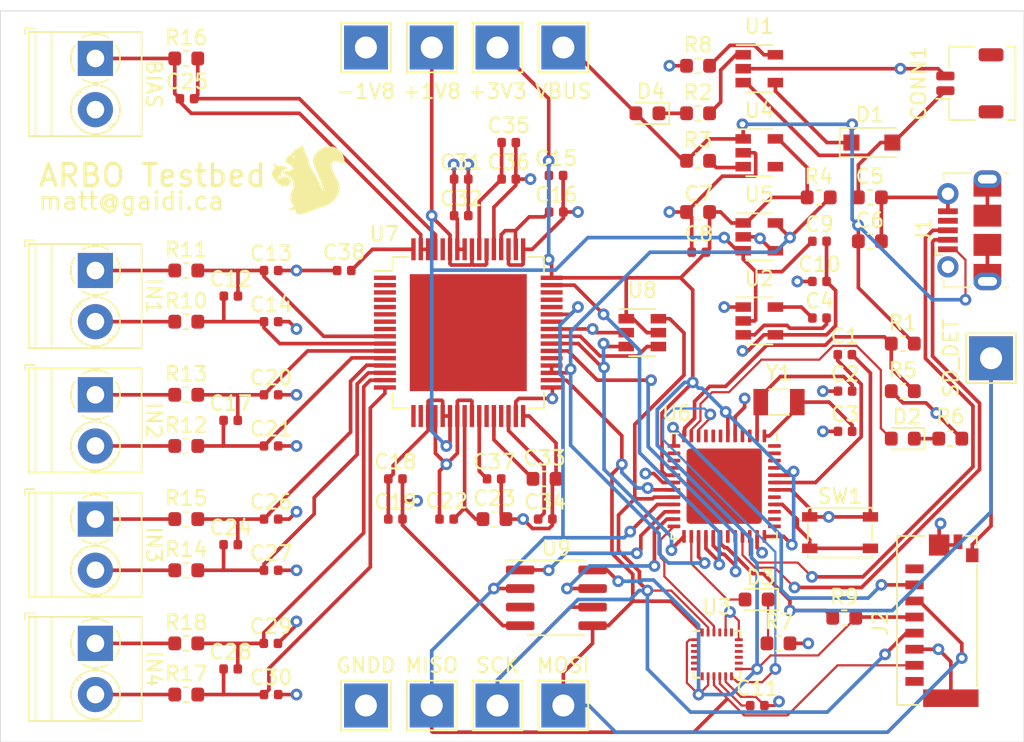
<source format=kicad_pcb>
(kicad_pcb (version 20171130) (host pcbnew "(5.1.2-1)-1")
  (layers (0 F.Cu signal) (1 In1.Cu signal hide) (2 In2.Cu signal hide) (31 B.Cu signal) (35 F.Paste user hide) (37 F.SilkS user) (39 F.Mask user hide) (44 Edge.Cuts user))
  (net 0 "")
  (net 1 "Net-(C1-Pad2)")
  (net 2 GNDD)
  (net 3 "Net-(C2-Pad2)")
  (net 4 "Net-(C3-Pad2)")
  (net 5 "Net-(C4-Pad2)")
  (net 6 "Net-(C4-Pad1)")
  (net 7 VBATT)
  (net 8 VBUS)
  (net 9 +3V3)
  (net 10 +1V8)
  (net 11 -1V8)
  (net 12 "Net-(C11-Pad1)")
  (net 13 "Net-(C12-Pad2)")
  (net 14 "Net-(C12-Pad1)")
  (net 15 "Net-(C17-Pad2)")
  (net 16 "Net-(C17-Pad1)")
  (net 17 "Net-(C22-Pad1)")
  (net 18 "Net-(C24-Pad2)")
  (net 19 "Net-(C24-Pad1)")
  (net 20 "Net-(C25-Pad2)")
  (net 21 "Net-(C25-Pad1)")
  (net 22 "Net-(C28-Pad2)")
  (net 23 "Net-(C28-Pad1)")
  (net 24 "Net-(C33-Pad1)")
  (net 25 "Net-(C34-Pad1)")
  (net 26 "Net-(C35-Pad1)")
  (net 27 "Net-(C37-Pad1)")
  (net 28 "Net-(C38-Pad1)")
  (net 29 GRN_LED)
  (net 30 "Net-(D2-Pad1)")
  (net 31 RED_LED)
  (net 32 "Net-(D3-Pad1)")
  (net 33 "Net-(D4-Pad1)")
  (net 34 D+)
  (net 35 "Net-(J1-Pad4)")
  (net 36 D-)
  (net 37 ~SD_DET)
  (net 38 "Net-(J2-Pad8)")
  (net 39 MISO)
  (net 40 SCK)
  (net 41 MOSI)
  (net 42 SD_CS)
  (net 43 "Net-(J2-Pad1)")
  (net 44 "Net-(J3-Pad2)")
  (net 45 "Net-(J3-Pad1)")
  (net 46 "Net-(J4-Pad2)")
  (net 47 "Net-(J4-Pad1)")
  (net 48 "Net-(J5-Pad2)")
  (net 49 "Net-(J5-Pad1)")
  (net 50 "Net-(J7-Pad2)")
  (net 51 "Net-(J7-Pad1)")
  (net 52 RD_VBATT)
  (net 53 "Net-(R2-Pad2)")
  (net 54 "Net-(R3-Pad2)")
  (net 55 ~EC_PWDN)
  (net 56 "Net-(R8-Pad2)")
  (net 57 "Net-(SW1-Pad1)")
  (net 58 ACCEL_CS)
  (net 59 "Net-(U3-Pad21)")
  (net 60 ACCEL_INT)
  (net 61 "Net-(U3-Pad7)")
  (net 62 "Net-(U4-Pad4)")
  (net 63 "Net-(U6-Pad48)")
  (net 64 A5)
  (net 65 "Net-(U6-Pad46)")
  (net 66 "Net-(U6-Pad45)")
  (net 67 "Net-(U6-Pad41)")
  (net 68 "Net-(U6-Pad39)")
  (net 69 "Net-(U6-Pad38)")
  (net 70 "Net-(U6-Pad37)")
  (net 71 SCL)
  (net 72 SDA)
  (net 73 EC_START)
  (net 74 EC_DRDY)
  (net 75 EC_CS)
  (net 76 D0)
  (net 77 D1)
  (net 78 D3)
  (net 79 A3)
  (net 80 A2)
  (net 81 A1)
  (net 82 AREF)
  (net 83 A0)
  (net 84 "Net-(U7-Pad40)")
  (net 85 "Net-(U7-Pad60)")
  (net 86 "Net-(U7-Pad37)")
  (net 87 FRAM_HOLD)
  (net 88 FRAM_CS)
  (net 89 "Net-(U9-Pad3)")
  (module ARBO:squirrel-with-acorn_simple (layer F.Cu) (at 122 81.5)
    (fp_text reference G*** hide)
    (fp_text value LOGO hide)
  )
  (module Package_SO:SOIC-8_3.9x4.9mm_P1.27mm (layer F.Cu) (at 139.025 110.135)
    (fp_text reference U9 (at 0 -3.4) (layer F.SilkS))
    (fp_text value MB85RS1M)
    (pad 8 smd roundrect (at 2.475 -1.905) (size 1.95 0.6) (layers F.Cu F.Paste F.Mask) (net 9 +3V3))
    (pad 7 smd roundrect (at 2.475 -0.635) (size 1.95 0.6) (layers F.Cu F.Paste F.Mask) (net 87 FRAM_HOLD))
    (pad 6 smd roundrect (at 2.475 0.635) (size 1.95 0.6) (layers F.Cu F.Paste F.Mask) (net 40 SCK))
    (pad 5 smd roundrect (at 2.475 1.905) (size 1.95 0.6) (layers F.Cu F.Paste F.Mask) (net 41 MOSI))
    (pad 4 smd roundrect (at -2.475 1.905) (size 1.95 0.6) (layers F.Cu F.Paste F.Mask) (net 2 GNDD))
    (pad 3 smd roundrect (at -2.475 0.635) (size 1.95 0.6) (layers F.Cu F.Paste F.Mask) (net 89 "Net-(U9-Pad3)"))
    (pad 2 smd roundrect (at -2.475 -0.635) (size 1.95 0.6) (layers F.Cu F.Paste F.Mask) (net 39 MISO))
    (pad 1 smd roundrect (at -2.475 -1.905) (size 1.95 0.6) (layers F.Cu F.Paste F.Mask) (net 88 FRAM_CS))
  )
  (module Capacitor_SMD:C_0402_1005Metric (layer F.Cu) (at 131.515 104.75 180)
    (fp_text reference C22 (at 0 1.25) (layer F.SilkS))
    (fp_text value 0.1uF)
    (pad 2 smd roundrect (at 0.485 0 180) (size 0.59 0.64) (layers F.Cu F.Paste F.Mask) (net 11 -1V8))
    (pad 1 smd roundrect (at -0.485 0 180) (size 0.59 0.64) (layers F.Cu F.Paste F.Mask) (net 17 "Net-(C22-Pad1)"))
  )
  (module Capacitor_SMD:C_0603_1608Metric (layer F.Cu) (at 160.4625 85.75)
    (fp_text reference C6 (at 0 -1.43) (layer F.SilkS))
    (fp_text value 10uF)
    (pad 2 smd roundrect (at 0.7875 0) (size 0.875 0.95) (layers F.Cu F.Paste F.Mask) (net 2 GNDD))
    (pad 1 smd roundrect (at -0.7875 0) (size 0.875 0.95) (layers F.Cu F.Paste F.Mask) (net 8 VBUS))
  )
  (module TestPoint:TestPoint_THTPad_3.0x3.0mm_Drill1.5mm (layer F.Cu) (at 168.75 93.75 90)
    (fp_text reference TP9 hide)
    (fp_text value SD_DET_TP)
    (pad 1 thru_hole rect (at 0 0 90) (size 3 3) (drill 1.5) (layers *.Cu *.Mask) (net 37 ~SD_DET))
  )
  (module TestPoint:TestPoint_THTPad_3.0x3.0mm_Drill1.5mm (layer F.Cu) (at 126 117.5)
    (fp_text reference TP8 hide)
    (fp_text value GNDD_TP)
    (pad 1 thru_hole rect (at 0 0) (size 3 3) (drill 1.5) (layers *.Cu *.Mask) (net 2 GNDD))
  )
  (module TestPoint:TestPoint_THTPad_3.0x3.0mm_Drill1.5mm (layer F.Cu) (at 130.5 117.5)
    (fp_text reference TP7 hide)
    (fp_text value MISO_TP)
    (pad 1 thru_hole rect (at 0 0) (size 3 3) (drill 1.5) (layers *.Cu *.Mask) (net 39 MISO))
  )
  (module TestPoint:TestPoint_THTPad_3.0x3.0mm_Drill1.5mm (layer F.Cu) (at 135 117.5)
    (fp_text reference TP6 hide)
    (fp_text value SCK_TP)
    (pad 1 thru_hole rect (at 0 0) (size 3 3) (drill 1.5) (layers *.Cu *.Mask) (net 40 SCK))
  )
  (module TestPoint:TestPoint_THTPad_3.0x3.0mm_Drill1.5mm (layer F.Cu) (at 139.5 117.5)
    (fp_text reference TP5 hide)
    (fp_text value MOSI_TP)
    (pad 1 thru_hole rect (at 0 0) (size 3 3) (drill 1.5) (layers *.Cu *.Mask) (net 41 MOSI))
  )
  (module TestPoint:TestPoint_THTPad_3.0x3.0mm_Drill1.5mm (layer F.Cu) (at 126 72.5 90)
    (fp_text reference TP4 hide)
    (fp_text value -1V8_TP)
    (pad 1 thru_hole rect (at 0 0 90) (size 3 3) (drill 1.5) (layers *.Cu *.Mask) (net 11 -1V8))
  )
  (module TestPoint:TestPoint_THTPad_3.0x3.0mm_Drill1.5mm (layer F.Cu) (at 130.5 72.5)
    (fp_text reference TP3 hide)
    (fp_text value +1V8_TP)
    (pad 1 thru_hole rect (at 0 0) (size 3 3) (drill 1.5) (layers *.Cu *.Mask) (net 10 +1V8))
  )
  (module TestPoint:TestPoint_THTPad_3.0x3.0mm_Drill1.5mm (layer F.Cu) (at 135 72.5)
    (fp_text reference TP2 hide)
    (fp_text value +3.3V_TP)
    (pad 1 thru_hole rect (at 0 0) (size 3 3) (drill 1.5) (layers *.Cu *.Mask) (net 9 +3V3))
  )
  (module TestPoint:TestPoint_THTPad_3.0x3.0mm_Drill1.5mm (layer F.Cu) (at 139.5 72.5)
    (fp_text reference TP1 hide)
    (fp_text value VBUS_TP)
    (pad 1 thru_hole rect (at 0 0) (size 3 3) (drill 1.5) (layers *.Cu *.Mask) (net 8 VBUS))
  )
  (module Crystal:Crystal_SMD_3215-2Pin_3.2x1.5mm (layer F.Cu) (at 154.25 96.75)
    (fp_text reference Y1 (at 0 -2) (layer F.SilkS))
    (fp_text value Crystal)
    (pad 2 smd rect (at -1.25 0) (size 1 1.8) (layers F.Cu F.Paste F.Mask) (net 3 "Net-(C2-Pad2)"))
    (pad 1 smd rect (at 1.25 0) (size 1 1.8) (layers F.Cu F.Paste F.Mask) (net 4 "Net-(C3-Pad2)"))
  )
  (module Connector_JST:JST_SHL_SM02B-SHLS-TF_1x02-1MP_P1.00mm_Horizontal (layer F.Cu) (at 167.3 74.95 90)
    (fp_text reference CONN1 (at 0 -3.5 90) (layer F.SilkS))
    (fp_text value JST-PH)
    (pad MP smd roundrect (at 1.95 1.45 90) (size 0.9 1.7) (layers F.Cu F.Paste F.Mask))
    (pad MP smd roundrect (at -1.95 1.45 90) (size 0.9 1.7) (layers F.Cu F.Paste F.Mask))
    (pad 2 smd roundrect (at 0.5 -1.675 90) (size 0.6 1.25) (layers F.Cu F.Paste F.Mask) (net 2 GNDD))
    (pad 1 smd roundrect (at -0.5 -1.675 90) (size 0.6 1.25) (layers F.Cu F.Paste F.Mask) (net 7 VBATT))
  )
  (module Package_QFP:TQFP-64-1EP_10x10mm_P0.5mm_EP8x8mm (layer F.Cu) (at 133 92)
    (fp_text reference U7 (at -5.75 -6.75) (layer F.SilkS))
    (fp_text value ADS1294)
    (pad 65 smd rect (at 0 0) (size 8 8) (layers F.Cu F.Mask))
    (pad 64 smd rect (at -3.75 -5.7 90) (size 1.5 0.3) (layers F.Cu F.Paste F.Mask) (net 28 "Net-(C38-Pad1)"))
    (pad 63 smd rect (at -3.25 -5.7 90) (size 1.5 0.3) (layers F.Cu F.Paste F.Mask) (net 21 "Net-(C25-Pad1)"))
    (pad 62 smd rect (at -2.75 -5.7 90) (size 1.5 0.3) (layers F.Cu F.Paste F.Mask) (net 21 "Net-(C25-Pad1)"))
    (pad 61 smd rect (at -2.25 -5.7 90) (size 1.5 0.3) (layers F.Cu F.Paste F.Mask) (net 20 "Net-(C25-Pad2)"))
    (pad 60 smd rect (at -1.75 -5.7 90) (size 1.5 0.3) (layers F.Cu F.Paste F.Mask) (net 85 "Net-(U7-Pad60)"))
    (pad 59 smd rect (at -1.25 -5.7 90) (size 1.5 0.3) (layers F.Cu F.Paste F.Mask) (net 10 +1V8))
    (pad 58 smd rect (at -0.75 -5.7 90) (size 1.5 0.3) (layers F.Cu F.Paste F.Mask) (net 11 -1V8))
    (pad 57 smd rect (at -0.25 -5.7 90) (size 1.5 0.3) (layers F.Cu F.Paste F.Mask) (net 11 -1V8))
    (pad 56 smd rect (at 0.25 -5.7 90) (size 1.5 0.3) (layers F.Cu F.Paste F.Mask) (net 10 +1V8))
    (pad 55 smd rect (at 0.75 -5.7 90) (size 1.5 0.3) (layers F.Cu F.Paste F.Mask) (net 26 "Net-(C35-Pad1)"))
    (pad 54 smd rect (at 1.25 -5.7 90) (size 1.5 0.3) (layers F.Cu F.Paste F.Mask) (net 10 +1V8))
    (pad 53 smd rect (at 1.75 -5.7 90) (size 1.5 0.3) (layers F.Cu F.Paste F.Mask) (net 11 -1V8))
    (pad 52 smd rect (at 2.25 -5.7 90) (size 1.5 0.3) (layers F.Cu F.Paste F.Mask) (net 9 +3V3))
    (pad 51 smd rect (at 2.75 -5.7 90) (size 1.5 0.3) (layers F.Cu F.Paste F.Mask) (net 2 GNDD))
    (pad 50 smd rect (at 3.25 -5.7 90) (size 1.5 0.3) (layers F.Cu F.Paste F.Mask) (net 9 +3V3))
    (pad 49 smd rect (at 3.75 -5.7 90) (size 1.5 0.3) (layers F.Cu F.Paste F.Mask) (net 2 GNDD))
    (pad 48 smd rect (at 5.7 -3.75) (size 1.5 0.3) (layers F.Cu F.Paste F.Mask) (net 9 +3V3))
    (pad 47 smd rect (at 5.7 -3.25) (size 1.5 0.3) (layers F.Cu F.Paste F.Mask) (net 74 EC_DRDY))
    (pad 46 smd rect (at 5.7 -2.75) (size 1.5 0.3) (layers F.Cu F.Paste F.Mask))
    (pad 45 smd rect (at 5.7 -2.25) (size 1.5 0.3) (layers F.Cu F.Paste F.Mask))
    (pad 44 smd rect (at 5.7 -1.75) (size 1.5 0.3) (layers F.Cu F.Paste F.Mask))
    (pad 43 smd rect (at 5.7 -1.25) (size 1.5 0.3) (layers F.Cu F.Paste F.Mask) (net 39 MISO))
    (pad 42 smd rect (at 5.7 -0.75) (size 1.5 0.3) (layers F.Cu F.Paste F.Mask))
    (pad 41 smd rect (at 5.7 -0.25) (size 1.5 0.3) (layers F.Cu F.Paste F.Mask) (net 2 GNDD))
    (pad 40 smd rect (at 5.7 0.25) (size 1.5 0.3) (layers F.Cu F.Paste F.Mask) (net 84 "Net-(U7-Pad40)"))
    (pad 39 smd rect (at 5.7 0.75) (size 1.5 0.3) (layers F.Cu F.Paste F.Mask) (net 75 EC_CS))
    (pad 38 smd rect (at 5.7 1.25) (size 1.5 0.3) (layers F.Cu F.Paste F.Mask) (net 73 EC_START))
    (pad 37 smd rect (at 5.7 1.75) (size 1.5 0.3) (layers F.Cu F.Paste F.Mask) (net 86 "Net-(U7-Pad37)"))
    (pad 36 smd rect (at 5.7 2.25) (size 1.5 0.3) (layers F.Cu F.Paste F.Mask) (net 55 ~EC_PWDN))
    (pad 35 smd rect (at 5.7 2.75) (size 1.5 0.3) (layers F.Cu F.Paste F.Mask) (net 55 ~EC_PWDN))
    (pad 34 smd rect (at 5.7 3.25) (size 1.5 0.3) (layers F.Cu F.Paste F.Mask) (net 41 MOSI))
    (pad 33 smd rect (at 5.7 3.75) (size 1.5 0.3) (layers F.Cu F.Paste F.Mask) (net 2 GNDD))
    (pad 32 smd rect (at 3.75 5.7 90) (size 1.5 0.3) (layers F.Cu F.Paste F.Mask) (net 11 -1V8))
    (pad 31 smd rect (at 3.25 5.7 90) (size 1.5 0.3) (layers F.Cu F.Paste F.Mask) (net 2 GNDD))
    (pad 30 smd rect (at 2.75 5.7 90) (size 1.5 0.3) (layers F.Cu F.Paste F.Mask) (net 25 "Net-(C34-Pad1)"))
    (pad 29 smd rect (at 2.25 5.7 90) (size 1.5 0.3) (layers F.Cu F.Paste F.Mask))
    (pad 28 smd rect (at 1.75 5.7 90) (size 1.5 0.3) (layers F.Cu F.Paste F.Mask) (net 24 "Net-(C33-Pad1)"))
    (pad 27 smd rect (at 1.25 5.7 90) (size 1.5 0.3) (layers F.Cu F.Paste F.Mask))
    (pad 26 smd rect (at 0.75 5.7 90) (size 1.5 0.3) (layers F.Cu F.Paste F.Mask) (net 27 "Net-(C37-Pad1)"))
    (pad 25 smd rect (at 0.25 5.7 90) (size 1.5 0.3) (layers F.Cu F.Paste F.Mask) (net 11 -1V8))
    (pad 24 smd rect (at -0.25 5.7 90) (size 1.5 0.3) (layers F.Cu F.Paste F.Mask) (net 17 "Net-(C22-Pad1)"))
    (pad 23 smd rect (at -0.75 5.7 90) (size 1.5 0.3) (layers F.Cu F.Paste F.Mask) (net 11 -1V8))
    (pad 22 smd rect (at -1.25 5.7 90) (size 1.5 0.3) (layers F.Cu F.Paste F.Mask) (net 10 +1V8))
    (pad 21 smd rect (at -1.75 5.7 90) (size 1.5 0.3) (layers F.Cu F.Paste F.Mask) (net 10 +1V8))
    (pad 20 smd rect (at -2.25 5.7 90) (size 1.5 0.3) (layers F.Cu F.Paste F.Mask) (net 11 -1V8))
    (pad 19 smd rect (at -2.75 5.7 90) (size 1.5 0.3) (layers F.Cu F.Paste F.Mask) (net 10 +1V8))
    (pad 18 smd rect (at -3.25 5.7 90) (size 1.5 0.3) (layers F.Cu F.Paste F.Mask))
    (pad 17 smd rect (at -3.75 5.7 90) (size 1.5 0.3) (layers F.Cu F.Paste F.Mask))
    (pad 16 smd rect (at -5.7 3.75) (size 1.5 0.3) (layers F.Cu F.Paste F.Mask) (net 23 "Net-(C28-Pad1)"))
    (pad 15 smd rect (at -5.7 3.25) (size 1.5 0.3) (layers F.Cu F.Paste F.Mask) (net 22 "Net-(C28-Pad2)"))
    (pad 14 smd rect (at -5.7 2.75) (size 1.5 0.3) (layers F.Cu F.Paste F.Mask) (net 19 "Net-(C24-Pad1)"))
    (pad 13 smd rect (at -5.7 2.25) (size 1.5 0.3) (layers F.Cu F.Paste F.Mask) (net 18 "Net-(C24-Pad2)"))
    (pad 12 smd rect (at -5.7 1.75) (size 1.5 0.3) (layers F.Cu F.Paste F.Mask) (net 16 "Net-(C17-Pad1)"))
    (pad 11 smd rect (at -5.7 1.25) (size 1.5 0.3) (layers F.Cu F.Paste F.Mask) (net 15 "Net-(C17-Pad2)"))
    (pad 10 smd rect (at -5.7 0.75) (size 1.5 0.3) (layers F.Cu F.Paste F.Mask) (net 14 "Net-(C12-Pad1)"))
    (pad 9 smd rect (at -5.7 0.25) (size 1.5 0.3) (layers F.Cu F.Paste F.Mask) (net 13 "Net-(C12-Pad2)"))
    (pad 8 smd rect (at -5.7 -0.25) (size 1.5 0.3) (layers F.Cu F.Paste F.Mask))
    (pad 7 smd rect (at -5.7 -0.75) (size 1.5 0.3) (layers F.Cu F.Paste F.Mask))
    (pad 6 smd rect (at -5.7 -1.25) (size 1.5 0.3) (layers F.Cu F.Paste F.Mask))
    (pad 5 smd rect (at -5.7 -1.75) (size 1.5 0.3) (layers F.Cu F.Paste F.Mask))
    (pad 4 smd rect (at -5.7 -2.25) (size 1.5 0.3) (layers F.Cu F.Paste F.Mask))
    (pad 3 smd rect (at -5.7 -2.75) (size 1.5 0.3) (layers F.Cu F.Paste F.Mask))
    (pad 2 smd rect (at -5.7 -3.25) (size 1.5 0.3) (layers F.Cu F.Paste F.Mask))
    (pad 1 smd rect (at -5.7 -3.75) (size 1.5 0.3) (layers F.Cu F.Paste F.Mask))
  )
  (module Package_TO_SOT_SMD:SOT-23-6 (layer F.Cu) (at 144.9 92)
    (fp_text reference U8 (at 0 -2.9) (layer F.SilkS))
    (fp_text value SN74AUP1G98)
    (pad 5 smd rect (at 1.1 0) (size 1.06 0.65) (layers F.Cu F.Paste F.Mask) (net 9 +3V3))
    (pad 6 smd rect (at 1.1 -0.95) (size 1.06 0.65) (layers F.Cu F.Paste F.Mask) (net 40 SCK))
    (pad 4 smd rect (at 1.1 0.95) (size 1.06 0.65) (layers F.Cu F.Paste F.Mask) (net 84 "Net-(U7-Pad40)"))
    (pad 3 smd rect (at -1.1 0.95) (size 1.06 0.65) (layers F.Cu F.Paste F.Mask) (net 75 EC_CS))
    (pad 2 smd rect (at -1.1 0) (size 1.06 0.65) (layers F.Cu F.Paste F.Mask) (net 2 GNDD))
    (pad 1 smd rect (at -1.1 -0.95) (size 1.06 0.65) (layers F.Cu F.Paste F.Mask) (net 9 +3V3))
  )
  (module Package_DFN_QFN:QFN-48-1EP_7x7mm_P0.5mm_EP5.15x5.15mm (layer F.Cu) (at 150.5 102.5 270)
    (fp_text reference U6 (at -5 3.25 180) (layer F.SilkS))
    (fp_text value ATSAMD21G18A-AUT)
    (pad 48 smd roundrect (at -2.75 -3.4375 270) (size 0.25 0.875) (layers F.Cu F.Paste F.Mask) (net 63 "Net-(U6-Pad48)"))
    (pad 47 smd roundrect (at -2.25 -3.4375 270) (size 0.25 0.875) (layers F.Cu F.Paste F.Mask) (net 64 A5))
    (pad 46 smd roundrect (at -1.75 -3.4375 270) (size 0.25 0.875) (layers F.Cu F.Paste F.Mask) (net 65 "Net-(U6-Pad46)"))
    (pad 45 smd roundrect (at -1.25 -3.4375 270) (size 0.25 0.875) (layers F.Cu F.Paste F.Mask) (net 66 "Net-(U6-Pad45)"))
    (pad 44 smd roundrect (at -0.75 -3.4375 270) (size 0.25 0.875) (layers F.Cu F.Paste F.Mask) (net 9 +3V3))
    (pad 43 smd roundrect (at -0.25 -3.4375 270) (size 0.25 0.875) (layers F.Cu F.Paste F.Mask) (net 1 "Net-(C1-Pad2)"))
    (pad 42 smd roundrect (at 0.25 -3.4375 270) (size 0.25 0.875) (layers F.Cu F.Paste F.Mask) (net 2 GNDD))
    (pad 41 smd roundrect (at 0.75 -3.4375 270) (size 0.25 0.875) (layers F.Cu F.Paste F.Mask) (net 67 "Net-(U6-Pad41)"))
    (pad 40 smd roundrect (at 1.25 -3.4375 270) (size 0.25 0.875) (layers F.Cu F.Paste F.Mask) (net 57 "Net-(SW1-Pad1)"))
    (pad 39 smd roundrect (at 1.75 -3.4375 270) (size 0.25 0.875) (layers F.Cu F.Paste F.Mask) (net 68 "Net-(U6-Pad39)"))
    (pad 38 smd roundrect (at 2.25 -3.4375 270) (size 0.25 0.875) (layers F.Cu F.Paste F.Mask) (net 69 "Net-(U6-Pad38)"))
    (pad 37 smd roundrect (at 2.75 -3.4375 270) (size 0.25 0.875) (layers F.Cu F.Paste F.Mask) (net 70 "Net-(U6-Pad37)"))
    (pad 36 smd roundrect (at 3.4375 -2.75 270) (size 0.875 0.25) (layers F.Cu F.Paste F.Mask) (net 9 +3V3))
    (pad 35 smd roundrect (at 3.4375 -2.25 270) (size 0.875 0.25) (layers F.Cu F.Paste F.Mask) (net 2 GNDD))
    (pad 34 smd roundrect (at 3.4375 -1.75 270) (size 0.875 0.25) (layers F.Cu F.Paste F.Mask) (net 34 D+))
    (pad 33 smd roundrect (at 3.4375 -1.25 270) (size 0.875 0.25) (layers F.Cu F.Paste F.Mask) (net 36 D-))
    (pad 32 smd roundrect (at 3.4375 -0.75 270) (size 0.875 0.25) (layers F.Cu F.Paste F.Mask) (net 71 SCL))
    (pad 31 smd roundrect (at 3.4375 -0.25 270) (size 0.875 0.25) (layers F.Cu F.Paste F.Mask) (net 72 SDA))
    (pad 30 smd roundrect (at 3.4375 0.25 270) (size 0.875 0.25) (layers F.Cu F.Paste F.Mask) (net 37 ~SD_DET))
    (pad 29 smd roundrect (at 3.4375 0.75 270) (size 0.875 0.25) (layers F.Cu F.Paste F.Mask) (net 73 EC_START))
    (pad 28 smd roundrect (at 3.4375 1.25 270) (size 0.875 0.25) (layers F.Cu F.Paste F.Mask) (net 74 EC_DRDY))
    (pad 27 smd roundrect (at 3.4375 1.75 270) (size 0.875 0.25) (layers F.Cu F.Paste F.Mask) (net 55 ~EC_PWDN))
    (pad 26 smd roundrect (at 3.4375 2.25 270) (size 0.875 0.25) (layers F.Cu F.Paste F.Mask) (net 31 RED_LED))
    (pad 25 smd roundrect (at 3.4375 2.75 270) (size 0.875 0.25) (layers F.Cu F.Paste F.Mask) (net 75 EC_CS))
    (pad 24 smd roundrect (at 2.75 3.4375 270) (size 0.25 0.875) (layers F.Cu F.Paste F.Mask) (net 58 ACCEL_CS))
    (pad 23 smd roundrect (at 2.25 3.4375 270) (size 0.25 0.875) (layers F.Cu F.Paste F.Mask) (net 87 FRAM_HOLD))
    (pad 22 smd roundrect (at 1.75 3.4375 270) (size 0.25 0.875) (layers F.Cu F.Paste F.Mask) (net 88 FRAM_CS))
    (pad 21 smd roundrect (at 1.25 3.4375 270) (size 0.25 0.875) (layers F.Cu F.Paste F.Mask) (net 39 MISO))
    (pad 20 smd roundrect (at 0.75 3.4375 270) (size 0.25 0.875) (layers F.Cu F.Paste F.Mask) (net 40 SCK))
    (pad 19 smd roundrect (at 0.25 3.4375 270) (size 0.25 0.875) (layers F.Cu F.Paste F.Mask) (net 41 MOSI))
    (pad 18 smd roundrect (at -0.25 3.4375 270) (size 0.25 0.875) (layers F.Cu F.Paste F.Mask) (net 2 GNDD))
    (pad 17 smd roundrect (at -0.75 3.4375 270) (size 0.25 0.875) (layers F.Cu F.Paste F.Mask) (net 9 +3V3))
    (pad 16 smd roundrect (at -1.25 3.4375 270) (size 0.25 0.875) (layers F.Cu F.Paste F.Mask) (net 76 D0))
    (pad 15 smd roundrect (at -1.75 3.4375 270) (size 0.25 0.875) (layers F.Cu F.Paste F.Mask) (net 77 D1))
    (pad 14 smd roundrect (at -2.25 3.4375 270) (size 0.25 0.875) (layers F.Cu F.Paste F.Mask) (net 78 D3))
    (pad 13 smd roundrect (at -2.75 3.4375 270) (size 0.25 0.875) (layers F.Cu F.Paste F.Mask) (net 42 SD_CS))
    (pad 12 smd roundrect (at -3.4375 2.75 270) (size 0.875 0.25) (layers F.Cu F.Paste F.Mask) (net 52 RD_VBATT))
    (pad 11 smd roundrect (at -3.4375 2.25 270) (size 0.875 0.25) (layers F.Cu F.Paste F.Mask) (net 29 GRN_LED))
    (pad 10 smd roundrect (at -3.4375 1.75 270) (size 0.875 0.25) (layers F.Cu F.Paste F.Mask) (net 60 ACCEL_INT))
    (pad 9 smd roundrect (at -3.4375 1.25 270) (size 0.875 0.25) (layers F.Cu F.Paste F.Mask) (net 79 A3))
    (pad 8 smd roundrect (at -3.4375 0.75 270) (size 0.875 0.25) (layers F.Cu F.Paste F.Mask) (net 80 A2))
    (pad 7 smd roundrect (at -3.4375 0.25 270) (size 0.875 0.25) (layers F.Cu F.Paste F.Mask) (net 81 A1))
    (pad 6 smd roundrect (at -3.4375 -0.25 270) (size 0.875 0.25) (layers F.Cu F.Paste F.Mask) (net 9 +3V3))
    (pad 5 smd roundrect (at -3.4375 -0.75 270) (size 0.875 0.25) (layers F.Cu F.Paste F.Mask) (net 2 GNDD))
    (pad 4 smd roundrect (at -3.4375 -1.25 270) (size 0.875 0.25) (layers F.Cu F.Paste F.Mask) (net 82 AREF))
    (pad 3 smd roundrect (at -3.4375 -1.75 270) (size 0.875 0.25) (layers F.Cu F.Paste F.Mask) (net 83 A0))
    (pad 2 smd roundrect (at -3.4375 -2.25 270) (size 0.875 0.25) (layers F.Cu F.Paste F.Mask) (net 3 "Net-(C2-Pad2)"))
    (pad 1 smd roundrect (at -3.4375 -2.75 270) (size 0.875 0.25) (layers F.Cu F.Paste F.Mask) (net 4 "Net-(C3-Pad2)"))
    (pad 49 smd roundrect (at 0 0 270) (size 5.15 5.15) (layers F.Cu F.Mask) (roundrect_rratio 0.048544))
  )
  (module Package_TO_SOT_SMD:SOT-23-5 (layer F.Cu) (at 152.9 85.45)
    (fp_text reference U5 (at 0 -2.9) (layer F.SilkS))
    (fp_text value MAX1726EUK18+)
    (pad 5 smd rect (at 1.1 -0.95) (size 1.06 0.65) (layers F.Cu F.Paste F.Mask) (net 55 ~EC_PWDN))
    (pad 4 smd rect (at 1.1 0.95) (size 1.06 0.65) (layers F.Cu F.Paste F.Mask) (net 2 GNDD))
    (pad 3 smd rect (at -1.1 0.95) (size 1.06 0.65) (layers F.Cu F.Paste F.Mask) (net 10 +1V8))
    (pad 2 smd rect (at -1.1 0) (size 1.06 0.65) (layers F.Cu F.Paste F.Mask) (net 2 GNDD))
    (pad 1 smd rect (at -1.1 -0.95) (size 1.06 0.65) (layers F.Cu F.Paste F.Mask) (net 9 +3V3))
  )
  (module Package_TO_SOT_SMD:SOT-23-5 (layer F.Cu) (at 152.9 79.7)
    (fp_text reference U4 (at 0 -2.9) (layer F.SilkS))
    (fp_text value SPX3819M5-L-3-3)
    (pad 5 smd rect (at 1.1 -0.95) (size 1.06 0.65) (layers F.Cu F.Paste F.Mask) (net 9 +3V3))
    (pad 4 smd rect (at 1.1 0.95) (size 1.06 0.65) (layers F.Cu F.Paste F.Mask) (net 62 "Net-(U4-Pad4)"))
    (pad 3 smd rect (at -1.1 0.95) (size 1.06 0.65) (layers F.Cu F.Paste F.Mask) (net 54 "Net-(R3-Pad2)"))
    (pad 2 smd rect (at -1.1 0) (size 1.06 0.65) (layers F.Cu F.Paste F.Mask) (net 2 GNDD))
    (pad 1 smd rect (at -1.1 -0.95) (size 1.06 0.65) (layers F.Cu F.Paste F.Mask) (net 8 VBUS))
  )
  (module Sensor_Motion:InvenSense_QFN-24_3x3mm_P0.4mm (layer F.Cu) (at 150 114)
    (fp_text reference U3 (at 0 -3.25) (layer F.SilkS))
    (fp_text value MPU-9250)
    (pad 24 smd roundrect (at -1 -1.5 90) (size 0.55 0.2) (layers F.Cu F.Paste F.Mask) (net 41 MOSI))
    (pad 23 smd roundrect (at -0.6 -1.5 90) (size 0.55 0.2) (layers F.Cu F.Paste F.Mask) (net 40 SCK))
    (pad 22 smd roundrect (at -0.2 -1.5 90) (size 0.55 0.2) (layers F.Cu F.Paste F.Mask) (net 58 ACCEL_CS))
    (pad 21 smd roundrect (at 0.2 -1.5 90) (size 0.55 0.2) (layers F.Cu F.Paste F.Mask) (net 59 "Net-(U3-Pad21)"))
    (pad 20 smd roundrect (at 0.6 -1.5 90) (size 0.55 0.2) (layers F.Cu F.Paste F.Mask) (net 2 GNDD))
    (pad 19 smd roundrect (at 1 -1.5 90) (size 0.55 0.2) (layers F.Cu F.Paste F.Mask))
    (pad 18 smd roundrect (at 1.5 -1) (size 0.55 0.2) (layers F.Cu F.Paste F.Mask) (net 2 GNDD))
    (pad 17 smd roundrect (at 1.5 -0.6) (size 0.55 0.2) (layers F.Cu F.Paste F.Mask))
    (pad 16 smd roundrect (at 1.5 -0.2) (size 0.55 0.2) (layers F.Cu F.Paste F.Mask))
    (pad 15 smd roundrect (at 1.5 0.2) (size 0.55 0.2) (layers F.Cu F.Paste F.Mask))
    (pad 14 smd roundrect (at 1.5 0.6) (size 0.55 0.2) (layers F.Cu F.Paste F.Mask))
    (pad 13 smd roundrect (at 1.5 1) (size 0.55 0.2) (layers F.Cu F.Paste F.Mask) (net 9 +3V3))
    (pad 12 smd roundrect (at 1 1.5 90) (size 0.55 0.2) (layers F.Cu F.Paste F.Mask) (net 60 ACCEL_INT))
    (pad 11 smd roundrect (at 0.6 1.5 90) (size 0.55 0.2) (layers F.Cu F.Paste F.Mask) (net 2 GNDD))
    (pad 10 smd roundrect (at 0.2 1.5 90) (size 0.55 0.2) (layers F.Cu F.Paste F.Mask) (net 12 "Net-(C11-Pad1)"))
    (pad 9 smd roundrect (at -0.2 1.5 90) (size 0.55 0.2) (layers F.Cu F.Paste F.Mask) (net 39 MISO))
    (pad 8 smd roundrect (at -0.6 1.5 90) (size 0.55 0.2) (layers F.Cu F.Paste F.Mask) (net 9 +3V3))
    (pad 7 smd roundrect (at -1 1.5 90) (size 0.55 0.2) (layers F.Cu F.Paste F.Mask) (net 61 "Net-(U3-Pad7)"))
    (pad 6 smd roundrect (at -1.5 1) (size 0.55 0.2) (layers F.Cu F.Paste F.Mask))
    (pad 5 smd roundrect (at -1.5 0.6) (size 0.55 0.2) (layers F.Cu F.Paste F.Mask))
    (pad 4 smd roundrect (at -1.5 0.2) (size 0.55 0.2) (layers F.Cu F.Paste F.Mask))
    (pad 3 smd roundrect (at -1.5 -0.2) (size 0.55 0.2) (layers F.Cu F.Paste F.Mask))
    (pad 2 smd roundrect (at -1.5 -0.6) (size 0.55 0.2) (layers F.Cu F.Paste F.Mask))
    (pad 1 smd roundrect (at -1.5 -1) (size 0.55 0.2) (layers F.Cu F.Paste F.Mask) (net 9 +3V3))
  )
  (module Package_TO_SOT_SMD:SOT-23-5 (layer F.Cu) (at 152.9 91.2)
    (fp_text reference U2 (at 0 -2.9) (layer F.SilkS))
    (fp_text value MAX828)
    (pad 5 smd rect (at 1.1 -0.95) (size 1.06 0.65) (layers F.Cu F.Paste F.Mask) (net 6 "Net-(C4-Pad1)"))
    (pad 4 smd rect (at 1.1 0.95) (size 1.06 0.65) (layers F.Cu F.Paste F.Mask) (net 2 GNDD))
    (pad 3 smd rect (at -1.1 0.95) (size 1.06 0.65) (layers F.Cu F.Paste F.Mask) (net 5 "Net-(C4-Pad2)"))
    (pad 2 smd rect (at -1.1 0) (size 1.06 0.65) (layers F.Cu F.Paste F.Mask) (net 10 +1V8))
    (pad 1 smd rect (at -1.1 -0.95) (size 1.06 0.65) (layers F.Cu F.Paste F.Mask) (net 11 -1V8))
  )
  (module Package_TO_SOT_SMD:SOT-23-5 (layer F.Cu) (at 152.9 73.95)
    (fp_text reference U1 (at 0 -2.9) (layer F.SilkS))
    (fp_text value MCP73831-2-OT)
    (pad 5 smd rect (at 1.1 -0.95) (size 1.06 0.65) (layers F.Cu F.Paste F.Mask) (net 56 "Net-(R8-Pad2)"))
    (pad 4 smd rect (at 1.1 0.95) (size 1.06 0.65) (layers F.Cu F.Paste F.Mask) (net 8 VBUS))
    (pad 3 smd rect (at -1.1 0.95) (size 1.06 0.65) (layers F.Cu F.Paste F.Mask) (net 7 VBATT))
    (pad 2 smd rect (at -1.1 0) (size 1.06 0.65) (layers F.Cu F.Paste F.Mask) (net 2 GNDD))
    (pad 1 smd rect (at -1.1 -0.95) (size 1.06 0.65) (layers F.Cu F.Paste F.Mask) (net 53 "Net-(R2-Pad2)"))
  )
  (module Button_Switch_SMD:SW_SPST_PTS810 (layer F.Cu) (at 158.425 105.675 180)
    (fp_text reference SW1 (at 0 2.5) (layer F.SilkS))
    (fp_text value SW_SPST)
    (pad 2 smd rect (at 2.075 1.075 180) (size 1.05 0.65) (layers F.Cu F.Paste F.Mask) (net 2 GNDD))
    (pad 2 smd rect (at -2.075 1.075 180) (size 1.05 0.65) (layers F.Cu F.Paste F.Mask) (net 2 GNDD))
    (pad 1 smd rect (at 2.075 -1.075 180) (size 1.05 0.65) (layers F.Cu F.Paste F.Mask) (net 57 "Net-(SW1-Pad1)"))
    (pad 1 smd rect (at -2.075 -1.075 180) (size 1.05 0.65) (layers F.Cu F.Paste F.Mask) (net 57 "Net-(SW1-Pad1)"))
  )
  (module Resistor_SMD:R_0603_1608Metric (layer F.Cu) (at 113.7125 113.25)
    (fp_text reference R18 (at 0 -1.43) (layer F.SilkS))
    (fp_text value 2.2K)
    (pad 2 smd roundrect (at 0.7875 0) (size 0.875 0.95) (layers F.Cu F.Paste F.Mask) (net 22 "Net-(C28-Pad2)"))
    (pad 1 smd roundrect (at -0.7875 0) (size 0.875 0.95) (layers F.Cu F.Paste F.Mask) (net 51 "Net-(J7-Pad1)"))
  )
  (module Resistor_SMD:R_0603_1608Metric (layer F.Cu) (at 113.7125 116.75)
    (fp_text reference R17 (at 0 -1.43) (layer F.SilkS))
    (fp_text value 2.2K)
    (pad 2 smd roundrect (at 0.7875 0) (size 0.875 0.95) (layers F.Cu F.Paste F.Mask) (net 23 "Net-(C28-Pad1)"))
    (pad 1 smd roundrect (at -0.7875 0) (size 0.875 0.95) (layers F.Cu F.Paste F.Mask) (net 50 "Net-(J7-Pad2)"))
  )
  (module Resistor_SMD:R_0603_1608Metric (layer F.Cu) (at 113.7125 73.25)
    (fp_text reference R16 (at 0 -1.43) (layer F.SilkS))
    (fp_text value 1M)
    (pad 2 smd roundrect (at 0.7875 0) (size 0.875 0.95) (layers F.Cu F.Paste F.Mask) (net 20 "Net-(C25-Pad2)"))
    (pad 1 smd roundrect (at -0.7875 0) (size 0.875 0.95) (layers F.Cu F.Paste F.Mask) (net 21 "Net-(C25-Pad1)"))
  )
  (module Resistor_SMD:R_0603_1608Metric (layer F.Cu) (at 113.7125 104.75)
    (fp_text reference R15 (at 0 -1.43) (layer F.SilkS))
    (fp_text value 2.2K)
    (pad 2 smd roundrect (at 0.7875 0) (size 0.875 0.95) (layers F.Cu F.Paste F.Mask) (net 18 "Net-(C24-Pad2)"))
    (pad 1 smd roundrect (at -0.7875 0) (size 0.875 0.95) (layers F.Cu F.Paste F.Mask) (net 49 "Net-(J5-Pad1)"))
  )
  (module Resistor_SMD:R_0603_1608Metric (layer F.Cu) (at 113.7125 108.25)
    (fp_text reference R14 (at 0 -1.43) (layer F.SilkS))
    (fp_text value 2.2K)
    (pad 2 smd roundrect (at 0.7875 0) (size 0.875 0.95) (layers F.Cu F.Paste F.Mask) (net 19 "Net-(C24-Pad1)"))
    (pad 1 smd roundrect (at -0.7875 0) (size 0.875 0.95) (layers F.Cu F.Paste F.Mask) (net 48 "Net-(J5-Pad2)"))
  )
  (module Resistor_SMD:R_0603_1608Metric (layer F.Cu) (at 113.7125 96.25)
    (fp_text reference R13 (at 0 -1.43) (layer F.SilkS))
    (fp_text value 2.2K)
    (pad 2 smd roundrect (at 0.7875 0) (size 0.875 0.95) (layers F.Cu F.Paste F.Mask) (net 15 "Net-(C17-Pad2)"))
    (pad 1 smd roundrect (at -0.7875 0) (size 0.875 0.95) (layers F.Cu F.Paste F.Mask) (net 47 "Net-(J4-Pad1)"))
  )
  (module Resistor_SMD:R_0603_1608Metric (layer F.Cu) (at 113.7125 99.75)
    (fp_text reference R12 (at 0 -1.43) (layer F.SilkS))
    (fp_text value 2.2K)
    (pad 2 smd roundrect (at 0.7875 0) (size 0.875 0.95) (layers F.Cu F.Paste F.Mask) (net 16 "Net-(C17-Pad1)"))
    (pad 1 smd roundrect (at -0.7875 0) (size 0.875 0.95) (layers F.Cu F.Paste F.Mask) (net 46 "Net-(J4-Pad2)"))
  )
  (module Resistor_SMD:R_0603_1608Metric (layer F.Cu) (at 113.7125 87.75)
    (fp_text reference R11 (at 0 -1.43) (layer F.SilkS))
    (fp_text value 2.2K)
    (pad 2 smd roundrect (at 0.7875 0) (size 0.875 0.95) (layers F.Cu F.Paste F.Mask) (net 13 "Net-(C12-Pad2)"))
    (pad 1 smd roundrect (at -0.7875 0) (size 0.875 0.95) (layers F.Cu F.Paste F.Mask) (net 45 "Net-(J3-Pad1)"))
  )
  (module Resistor_SMD:R_0603_1608Metric (layer F.Cu) (at 113.7125 91.25)
    (fp_text reference R10 (at 0 -1.43) (layer F.SilkS))
    (fp_text value 2.2K)
    (pad 2 smd roundrect (at 0.7875 0) (size 0.875 0.95) (layers F.Cu F.Paste F.Mask) (net 14 "Net-(C12-Pad1)"))
    (pad 1 smd roundrect (at -0.7875 0) (size 0.875 0.95) (layers F.Cu F.Paste F.Mask) (net 44 "Net-(J3-Pad2)"))
  )
  (module Resistor_SMD:R_0603_1608Metric (layer F.Cu) (at 158.7125 111.5)
    (fp_text reference R9 (at 0 -1.43) (layer F.SilkS))
    (fp_text value 10K)
    (pad 2 smd roundrect (at 0.7875 0) (size 0.875 0.95) (layers F.Cu F.Paste F.Mask) (net 9 +3V3))
    (pad 1 smd roundrect (at -0.7875 0) (size 0.875 0.95) (layers F.Cu F.Paste F.Mask) (net 37 ~SD_DET))
  )
  (module Resistor_SMD:R_0603_1608Metric (layer F.Cu) (at 148.7125 73.75)
    (fp_text reference R8 (at 0 -1.43) (layer F.SilkS))
    (fp_text value 10K)
    (pad 2 smd roundrect (at 0.7875 0) (size 0.875 0.95) (layers F.Cu F.Paste F.Mask) (net 56 "Net-(R8-Pad2)"))
    (pad 1 smd roundrect (at -0.7875 0) (size 0.875 0.95) (layers F.Cu F.Paste F.Mask) (net 2 GNDD))
  )
  (module Resistor_SMD:R_0603_1608Metric (layer F.Cu) (at 154.2125 113.25 180)
    (fp_text reference R7 (at -0.0375 1.5) (layer F.SilkS))
    (fp_text value 2.2K)
    (pad 2 smd roundrect (at 0.7875 0 180) (size 0.875 0.95) (layers F.Cu F.Paste F.Mask) (net 32 "Net-(D3-Pad1)"))
    (pad 1 smd roundrect (at -0.7875 0 180) (size 0.875 0.95) (layers F.Cu F.Paste F.Mask) (net 2 GNDD))
  )
  (module Resistor_SMD:R_0603_1608Metric (layer F.Cu) (at 165.9625 99.25 180)
    (fp_text reference R6 (at 0 1.5) (layer F.SilkS))
    (fp_text value 1K)
    (pad 2 smd roundrect (at 0.7875 0 180) (size 0.875 0.95) (layers F.Cu F.Paste F.Mask) (net 30 "Net-(D2-Pad1)"))
    (pad 1 smd roundrect (at -0.7875 0 180) (size 0.875 0.95) (layers F.Cu F.Paste F.Mask) (net 2 GNDD))
  )
  (module Resistor_SMD:R_0603_1608Metric (layer F.Cu) (at 162.7125 96)
    (fp_text reference R5 (at 0 -1.43) (layer F.SilkS))
    (fp_text value 100K)
    (pad 2 smd roundrect (at 0.7875 0) (size 0.875 0.95) (layers F.Cu F.Paste F.Mask) (net 52 RD_VBATT))
    (pad 1 smd roundrect (at -0.7875 0) (size 0.875 0.95) (layers F.Cu F.Paste F.Mask) (net 2 GNDD))
  )
  (module Resistor_SMD:R_0603_1608Metric (layer F.Cu) (at 156.9625 82.75)
    (fp_text reference R4 (at 0 -1.43) (layer F.SilkS))
    (fp_text value 10K)
    (pad 2 smd roundrect (at 0.7875 0) (size 0.875 0.95) (layers F.Cu F.Paste F.Mask) (net 55 ~EC_PWDN))
    (pad 1 smd roundrect (at -0.7875 0) (size 0.875 0.95) (layers F.Cu F.Paste F.Mask) (net 9 +3V3))
  )
  (module Resistor_SMD:R_0603_1608Metric (layer F.Cu) (at 148.7125 80.25)
    (fp_text reference R3 (at 0 -1.43) (layer F.SilkS))
    (fp_text value 10K)
    (pad 2 smd roundrect (at 0.7875 0) (size 0.875 0.95) (layers F.Cu F.Paste F.Mask) (net 54 "Net-(R3-Pad2)"))
    (pad 1 smd roundrect (at -0.7875 0) (size 0.875 0.95) (layers F.Cu F.Paste F.Mask) (net 8 VBUS))
  )
  (module Resistor_SMD:R_0603_1608Metric (layer F.Cu) (at 148.7125 77)
    (fp_text reference R2 (at 0 -1.43) (layer F.SilkS))
    (fp_text value 1K)
    (pad 2 smd roundrect (at 0.7875 0) (size 0.875 0.95) (layers F.Cu F.Paste F.Mask) (net 53 "Net-(R2-Pad2)"))
    (pad 1 smd roundrect (at -0.7875 0) (size 0.875 0.95) (layers F.Cu F.Paste F.Mask) (net 33 "Net-(D4-Pad1)"))
  )
  (module Resistor_SMD:R_0603_1608Metric (layer F.Cu) (at 162.7125 92.75)
    (fp_text reference R1 (at 0 -1.43) (layer F.SilkS))
    (fp_text value 100K)
    (pad 2 smd roundrect (at 0.7875 0) (size 0.875 0.95) (layers F.Cu F.Paste F.Mask) (net 8 VBUS))
    (pad 1 smd roundrect (at -0.7875 0) (size 0.875 0.95) (layers F.Cu F.Paste F.Mask) (net 52 RD_VBATT))
  )
  (module TerminalBlock_Phoenix:TerminalBlock_Phoenix_PT-1,5-2-3.5-H_1x02_P3.50mm_Horizontal (layer F.Cu) (at 107.5 113.25 270)
    (fp_text reference J7 hide)
    (fp_text value IN4)
    (pad 2 thru_hole circle (at 3.5 0 270) (size 2.4 2.4) (drill 1.2) (layers *.Cu *.Mask) (net 50 "Net-(J7-Pad2)"))
    (pad 1 thru_hole rect (at 0 0 270) (size 2.4 2.4) (drill 1.2) (layers *.Cu *.Mask) (net 51 "Net-(J7-Pad1)"))
  )
  (module TerminalBlock_Phoenix:TerminalBlock_Phoenix_PT-1,5-2-3.5-H_1x02_P3.50mm_Horizontal (layer F.Cu) (at 107.5 73.25 270)
    (fp_text reference J6 hide)
    (fp_text value BIAS)
    (pad 2 thru_hole circle (at 3.5 0 270) (size 2.4 2.4) (drill 1.2) (layers *.Cu *.Mask) (net 11 -1V8))
    (pad 1 thru_hole rect (at 0 0 270) (size 2.4 2.4) (drill 1.2) (layers *.Cu *.Mask) (net 21 "Net-(C25-Pad1)"))
  )
  (module TerminalBlock_Phoenix:TerminalBlock_Phoenix_PT-1,5-2-3.5-H_1x02_P3.50mm_Horizontal (layer F.Cu) (at 107.5 104.75 270)
    (fp_text reference J5 hide)
    (fp_text value IN3)
    (pad 2 thru_hole circle (at 3.5 0 270) (size 2.4 2.4) (drill 1.2) (layers *.Cu *.Mask) (net 48 "Net-(J5-Pad2)"))
    (pad 1 thru_hole rect (at 0 0 270) (size 2.4 2.4) (drill 1.2) (layers *.Cu *.Mask) (net 49 "Net-(J5-Pad1)"))
  )
  (module TerminalBlock_Phoenix:TerminalBlock_Phoenix_PT-1,5-2-3.5-H_1x02_P3.50mm_Horizontal (layer F.Cu) (at 107.5 96.25 270)
    (fp_text reference J4 hide)
    (fp_text value IN2)
    (pad 2 thru_hole circle (at 3.5 0 270) (size 2.4 2.4) (drill 1.2) (layers *.Cu *.Mask) (net 46 "Net-(J4-Pad2)"))
    (pad 1 thru_hole rect (at 0 0 270) (size 2.4 2.4) (drill 1.2) (layers *.Cu *.Mask) (net 47 "Net-(J4-Pad1)"))
  )
  (module TerminalBlock_Phoenix:TerminalBlock_Phoenix_PT-1,5-2-3.5-H_1x02_P3.50mm_Horizontal (layer F.Cu) (at 107.5 87.75 270)
    (fp_text reference J3 hide)
    (fp_text value IN1)
    (pad 2 thru_hole circle (at 3.5 0 270) (size 2.4 2.4) (drill 1.2) (layers *.Cu *.Mask) (net 44 "Net-(J3-Pad2)"))
    (pad 1 thru_hole rect (at 0 0 270) (size 2.4 2.4) (drill 1.2) (layers *.Cu *.Mask) (net 45 "Net-(J3-Pad1)"))
  )
  (module ARBO:473093351_uSDCard (layer F.Cu) (at 162.19 112 90)
    (fp_text reference J2 (at 0.127 -1.016 90) (layer F.SilkS))
    (fp_text value Micro_SD_Card_473093351)
    (pad G4 smd rect (at 4.775 5.275 90) (size 0.95 0.85) (layers F.Cu F.Paste F.Mask) (net 37 ~SD_DET))
    (pad G3 smd rect (at 5.7 4.3 90) (size 1 0.6) (layers F.Cu F.Paste F.Mask) (net 2 GNDD))
    (pad G2 smd rect (at 5.475 3.01 90) (size 1.45 1.4) (layers F.Cu F.Paste F.Mask) (net 2 GNDD))
    (pad G1 smd rect (at -5 3.81 90) (size 1.2 3.79) (layers F.Cu F.Paste F.Mask) (net 2 GNDD))
    (pad 8 smd rect (at -3.85 1.325 90) (size 0.6 1.25) (layers F.Cu F.Paste F.Mask) (net 38 "Net-(J2-Pad8)"))
    (pad 7 smd rect (at -2.75 1.325 90) (size 0.6 1.25) (layers F.Cu F.Paste F.Mask) (net 39 MISO))
    (pad 6 smd rect (at -1.65 1.325 90) (size 0.6 1.25) (layers F.Cu F.Paste F.Mask) (net 2 GNDD))
    (pad 5 smd rect (at -0.55 1.325 90) (size 0.6 1.25) (layers F.Cu F.Paste F.Mask) (net 40 SCK))
    (pad 4 smd rect (at 0.55 1.325 90) (size 0.6 1.25) (layers F.Cu F.Paste F.Mask) (net 9 +3V3))
    (pad 3 smd rect (at 1.65 1.325 90) (size 0.6 1.25) (layers F.Cu F.Paste F.Mask) (net 41 MOSI))
    (pad 2 smd rect (at 2.75 1.325 90) (size 0.6 1.25) (layers F.Cu F.Paste F.Mask) (net 42 SD_CS))
    (pad 1 smd rect (at 3.85 1.325 90) (size 0.6 1.25) (layers F.Cu F.Paste F.Mask) (net 43 "Net-(J2-Pad1)"))
  )
  (module Connector_USB:USB_Micro-B_Molex-105017-0001 (layer F.Cu) (at 167.2625 85 90)
    (fp_text reference J1 (at 0 -3.1125 90) (layer F.SilkS))
    (fp_text value USB_B_Micro)
    (pad 6 smd rect (at -2.9 1.2375 90) (size 1.2 1.9) (layers F.Cu F.Mask) (net 2 GNDD))
    (pad 6 smd rect (at 2.9 1.2375 90) (size 1.2 1.9) (layers F.Cu F.Mask) (net 2 GNDD))
    (pad 6 thru_hole oval (at 3.5 1.2375 90) (size 1.2 1.9) (drill oval 0.6 1.3) (layers *.Cu *.Mask) (net 2 GNDD))
    (pad 6 thru_hole oval (at -3.5 1.2375 270) (size 1.2 1.9) (drill oval 0.6 1.3) (layers *.Cu *.Mask) (net 2 GNDD))
    (pad 6 smd rect (at -1 1.2375 90) (size 1.5 1.9) (layers F.Cu F.Paste F.Mask) (net 2 GNDD))
    (pad 6 thru_hole circle (at 2.5 -1.4625 90) (size 1.45 1.45) (drill 0.85) (layers *.Cu *.Mask) (net 2 GNDD))
    (pad 3 smd rect (at 0 -1.4625 90) (size 0.4 1.35) (layers F.Cu F.Paste F.Mask) (net 34 D+))
    (pad 4 smd rect (at 0.65 -1.4625 90) (size 0.4 1.35) (layers F.Cu F.Paste F.Mask) (net 35 "Net-(J1-Pad4)"))
    (pad 5 smd rect (at 1.3 -1.4625 90) (size 0.4 1.35) (layers F.Cu F.Paste F.Mask) (net 2 GNDD))
    (pad 1 smd rect (at -1.3 -1.4625 90) (size 0.4 1.35) (layers F.Cu F.Paste F.Mask) (net 8 VBUS))
    (pad 2 smd rect (at -0.65 -1.4625 90) (size 0.4 1.35) (layers F.Cu F.Paste F.Mask) (net 36 D-))
    (pad 6 thru_hole circle (at -2.5 -1.4625 90) (size 1.45 1.45) (drill 0.85) (layers *.Cu *.Mask) (net 2 GNDD))
    (pad 6 smd rect (at 1 1.2375 90) (size 1.5 1.9) (layers F.Cu F.Paste F.Mask) (net 2 GNDD))
  )
  (module LED_SMD:LED_0603_1608Metric (layer F.Cu) (at 145.25 77 180)
    (fp_text reference D4 (at -0.25 1.5) (layer F.SilkS))
    (fp_text value ORG)
    (pad 2 smd roundrect (at 0.7875 0 180) (size 0.875 0.95) (layers F.Cu F.Paste F.Mask) (net 8 VBUS))
    (pad 1 smd roundrect (at -0.7875 0 180) (size 0.875 0.95) (layers F.Cu F.Paste F.Mask) (net 33 "Net-(D4-Pad1)"))
  )
  (module LED_SMD:LED_0603_1608Metric (layer F.Cu) (at 152.7125 110.25 180)
    (fp_text reference D3 (at -0.2875 1.5) (layer F.SilkS))
    (fp_text value RED)
    (pad 2 smd roundrect (at 0.7875 0 180) (size 0.875 0.95) (layers F.Cu F.Paste F.Mask) (net 31 RED_LED))
    (pad 1 smd roundrect (at -0.7875 0 180) (size 0.875 0.95) (layers F.Cu F.Paste F.Mask) (net 32 "Net-(D3-Pad1)"))
  )
  (module LED_SMD:LED_0603_1608Metric (layer F.Cu) (at 162.7125 99.25 180)
    (fp_text reference D2 (at -0.2875 1.5) (layer F.SilkS))
    (fp_text value GRN)
    (pad 2 smd roundrect (at 0.7875 0 180) (size 0.875 0.95) (layers F.Cu F.Paste F.Mask) (net 29 GRN_LED))
    (pad 1 smd roundrect (at -0.7875 0 180) (size 0.875 0.95) (layers F.Cu F.Paste F.Mask) (net 30 "Net-(D2-Pad1)"))
  )
  (module Diode_SMD:D_SOD-123F (layer F.Cu) (at 160.6 79)
    (fp_text reference D1 (at -0.127 -1.905) (layer F.SilkS))
    (fp_text value MBR120)
    (pad 2 smd rect (at 1.4 0) (size 1.1 1.1) (layers F.Cu F.Paste F.Mask) (net 7 VBATT))
    (pad 1 smd rect (at -1.4 0) (size 1.1 1.1) (layers F.Cu F.Paste F.Mask) (net 8 VBUS))
  )
  (module Capacitor_SMD:C_0402_1005Metric (layer F.Cu) (at 124.515 87.75 180)
    (fp_text reference C38 (at 0.015 1.25) (layer F.SilkS))
    (fp_text value 1nF)
    (pad 2 smd roundrect (at 0.485 0 180) (size 0.59 0.64) (layers F.Cu F.Paste F.Mask) (net 11 -1V8))
    (pad 1 smd roundrect (at -0.485 0 180) (size 0.59 0.64) (layers F.Cu F.Paste F.Mask) (net 28 "Net-(C38-Pad1)"))
  )
  (module Capacitor_SMD:C_0402_1005Metric (layer F.Cu) (at 134.765 102)
    (fp_text reference C37 (at 0 -1.17) (layer F.SilkS))
    (fp_text value 1uF)
    (pad 2 smd roundrect (at 0.485 0) (size 0.59 0.64) (layers F.Cu F.Paste F.Mask) (net 11 -1V8))
    (pad 1 smd roundrect (at -0.485 0) (size 0.59 0.64) (layers F.Cu F.Paste F.Mask) (net 27 "Net-(C37-Pad1)"))
  )
  (module Capacitor_SMD:C_0402_1005Metric (layer F.Cu) (at 135.765 81.5)
    (fp_text reference C36 (at 0 -1.17) (layer F.SilkS))
    (fp_text value 1uF)
    (pad 2 smd roundrect (at 0.485 0) (size 0.59 0.64) (layers F.Cu F.Paste F.Mask) (net 11 -1V8))
    (pad 1 smd roundrect (at -0.485 0) (size 0.59 0.64) (layers F.Cu F.Paste F.Mask) (net 26 "Net-(C35-Pad1)"))
  )
  (module Capacitor_SMD:C_0402_1005Metric (layer F.Cu) (at 135.765 79)
    (fp_text reference C35 (at 0 -1.17) (layer F.SilkS))
    (fp_text value 0.1uF)
    (pad 2 smd roundrect (at 0.485 0) (size 0.59 0.64) (layers F.Cu F.Paste F.Mask) (net 11 -1V8))
    (pad 1 smd roundrect (at -0.485 0) (size 0.59 0.64) (layers F.Cu F.Paste F.Mask) (net 26 "Net-(C35-Pad1)"))
  )
  (module Capacitor_SMD:C_0402_1005Metric (layer F.Cu) (at 138.265 104.75)
    (fp_text reference C34 (at 0 -1.17) (layer F.SilkS))
    (fp_text value 1uF)
    (pad 2 smd roundrect (at 0.485 0) (size 0.59 0.64) (layers F.Cu F.Paste F.Mask) (net 11 -1V8))
    (pad 1 smd roundrect (at -0.485 0) (size 0.59 0.64) (layers F.Cu F.Paste F.Mask) (net 25 "Net-(C34-Pad1)"))
  )
  (module Capacitor_SMD:C_0603_1608Metric (layer F.Cu) (at 138.2125 102)
    (fp_text reference C33 (at 0 -1.43) (layer F.SilkS))
    (fp_text value 22uF)
    (pad 2 smd roundrect (at 0.7875 0) (size 0.875 0.95) (layers F.Cu F.Paste F.Mask) (net 11 -1V8))
    (pad 1 smd roundrect (at -0.7875 0) (size 0.875 0.95) (layers F.Cu F.Paste F.Mask) (net 24 "Net-(C33-Pad1)"))
  )
  (module Capacitor_SMD:C_0402_1005Metric (layer F.Cu) (at 132.515 84)
    (fp_text reference C32 (at 0 -1.17) (layer F.SilkS))
    (fp_text value 0.1uF)
    (pad 2 smd roundrect (at 0.485 0) (size 0.59 0.64) (layers F.Cu F.Paste F.Mask) (net 2 GNDD))
    (pad 1 smd roundrect (at -0.485 0) (size 0.59 0.64) (layers F.Cu F.Paste F.Mask) (net 11 -1V8))
  )
  (module Capacitor_SMD:C_0402_1005Metric (layer F.Cu) (at 132.515 81.5)
    (fp_text reference C31 (at 0 -1.17) (layer F.SilkS))
    (fp_text value 1uF)
    (pad 2 smd roundrect (at 0.485 0) (size 0.59 0.64) (layers F.Cu F.Paste F.Mask) (net 2 GNDD))
    (pad 1 smd roundrect (at -0.485 0) (size 0.59 0.64) (layers F.Cu F.Paste F.Mask) (net 11 -1V8))
  )
  (module Capacitor_SMD:C_0402_1005Metric (layer F.Cu) (at 119.515 116.75)
    (fp_text reference C30 (at 0 -1.17) (layer F.SilkS))
    (fp_text value 1000pF)
    (pad 2 smd roundrect (at 0.485 0) (size 0.59 0.64) (layers F.Cu F.Paste F.Mask) (net 11 -1V8))
    (pad 1 smd roundrect (at -0.485 0) (size 0.59 0.64) (layers F.Cu F.Paste F.Mask) (net 23 "Net-(C28-Pad1)"))
  )
  (module Capacitor_SMD:C_0402_1005Metric (layer F.Cu) (at 119.5 113.25)
    (fp_text reference C29 (at 0 -1.17) (layer F.SilkS))
    (fp_text value 1000pF)
    (pad 2 smd roundrect (at 0.485 0) (size 0.59 0.64) (layers F.Cu F.Paste F.Mask) (net 11 -1V8))
    (pad 1 smd roundrect (at -0.485 0) (size 0.59 0.64) (layers F.Cu F.Paste F.Mask) (net 22 "Net-(C28-Pad2)"))
  )
  (module Capacitor_SMD:C_0402_1005Metric (layer F.Cu) (at 116.75 115)
    (fp_text reference C28 (at 0 -1.17) (layer F.SilkS))
    (fp_text value 4.7nF)
    (pad 2 smd roundrect (at 0.485 0) (size 0.59 0.64) (layers F.Cu F.Paste F.Mask) (net 22 "Net-(C28-Pad2)"))
    (pad 1 smd roundrect (at -0.485 0) (size 0.59 0.64) (layers F.Cu F.Paste F.Mask) (net 23 "Net-(C28-Pad1)"))
  )
  (module Capacitor_SMD:C_0402_1005Metric (layer F.Cu) (at 119.515 108.25)
    (fp_text reference C27 (at 0 -1.17) (layer F.SilkS))
    (fp_text value 1000pF)
    (pad 2 smd roundrect (at 0.485 0) (size 0.59 0.64) (layers F.Cu F.Paste F.Mask) (net 11 -1V8))
    (pad 1 smd roundrect (at -0.485 0) (size 0.59 0.64) (layers F.Cu F.Paste F.Mask) (net 19 "Net-(C24-Pad1)"))
  )
  (module Capacitor_SMD:C_0402_1005Metric (layer F.Cu) (at 119.515 104.75)
    (fp_text reference C26 (at 0 -1.17) (layer F.SilkS))
    (fp_text value 1000pF)
    (pad 2 smd roundrect (at 0.485 0) (size 0.59 0.64) (layers F.Cu F.Paste F.Mask) (net 11 -1V8))
    (pad 1 smd roundrect (at -0.485 0) (size 0.59 0.64) (layers F.Cu F.Paste F.Mask) (net 18 "Net-(C24-Pad2)"))
  )
  (module Capacitor_SMD:C_0402_1005Metric (layer F.Cu) (at 113.765 76)
    (fp_text reference C25 (at 0 -1.17) (layer F.SilkS))
    (fp_text value 1nF)
    (pad 2 smd roundrect (at 0.485 0) (size 0.59 0.64) (layers F.Cu F.Paste F.Mask) (net 20 "Net-(C25-Pad2)"))
    (pad 1 smd roundrect (at -0.485 0) (size 0.59 0.64) (layers F.Cu F.Paste F.Mask) (net 21 "Net-(C25-Pad1)"))
  )
  (module Capacitor_SMD:C_0402_1005Metric (layer F.Cu) (at 116.75 106.5)
    (fp_text reference C24 (at 0 -1.17) (layer F.SilkS))
    (fp_text value 4.7nF)
    (pad 2 smd roundrect (at 0.485 0) (size 0.59 0.64) (layers F.Cu F.Paste F.Mask) (net 18 "Net-(C24-Pad2)"))
    (pad 1 smd roundrect (at -0.485 0) (size 0.59 0.64) (layers F.Cu F.Paste F.Mask) (net 19 "Net-(C24-Pad1)"))
  )
  (module Capacitor_SMD:C_0603_1608Metric (layer F.Cu) (at 134.7875 104.75)
    (fp_text reference C23 (at 0 -1.43) (layer F.SilkS))
    (fp_text value 10uF)
    (pad 2 smd roundrect (at 0.7875 0) (size 0.875 0.95) (layers F.Cu F.Paste F.Mask) (net 11 -1V8))
    (pad 1 smd roundrect (at -0.7875 0) (size 0.875 0.95) (layers F.Cu F.Paste F.Mask) (net 17 "Net-(C22-Pad1)"))
  )
  (module Capacitor_SMD:C_0402_1005Metric (layer F.Cu) (at 119.515 99.75)
    (fp_text reference C21 (at 0 -1.17) (layer F.SilkS))
    (fp_text value 1000pF)
    (pad 2 smd roundrect (at 0.485 0) (size 0.59 0.64) (layers F.Cu F.Paste F.Mask) (net 11 -1V8))
    (pad 1 smd roundrect (at -0.485 0) (size 0.59 0.64) (layers F.Cu F.Paste F.Mask) (net 16 "Net-(C17-Pad1)"))
  )
  (module Capacitor_SMD:C_0402_1005Metric (layer F.Cu) (at 119.515 96.25)
    (fp_text reference C20 (at 0 -1.17) (layer F.SilkS))
    (fp_text value 1000pF)
    (pad 2 smd roundrect (at 0.485 0) (size 0.59 0.64) (layers F.Cu F.Paste F.Mask) (net 11 -1V8))
    (pad 1 smd roundrect (at -0.485 0) (size 0.59 0.64) (layers F.Cu F.Paste F.Mask) (net 15 "Net-(C17-Pad2)"))
  )
  (module Capacitor_SMD:C_0402_1005Metric (layer F.Cu) (at 128.015 104.75)
    (fp_text reference C19 (at 0 -1.17) (layer F.SilkS))
    (fp_text value 0.1uF)
    (pad 2 smd roundrect (at 0.485 0) (size 0.59 0.64) (layers F.Cu F.Paste F.Mask) (net 2 GNDD))
    (pad 1 smd roundrect (at -0.485 0) (size 0.59 0.64) (layers F.Cu F.Paste F.Mask) (net 10 +1V8))
  )
  (module Capacitor_SMD:C_0402_1005Metric (layer F.Cu) (at 128.015 102)
    (fp_text reference C18 (at 0 -1.17) (layer F.SilkS))
    (fp_text value 0.1uF)
    (pad 2 smd roundrect (at 0.485 0) (size 0.59 0.64) (layers F.Cu F.Paste F.Mask) (net 2 GNDD))
    (pad 1 smd roundrect (at -0.485 0) (size 0.59 0.64) (layers F.Cu F.Paste F.Mask) (net 10 +1V8))
  )
  (module Capacitor_SMD:C_0402_1005Metric (layer F.Cu) (at 116.75 98)
    (fp_text reference C17 (at 0 -1.17) (layer F.SilkS))
    (fp_text value 4.7nF)
    (pad 2 smd roundrect (at 0.485 0) (size 0.59 0.64) (layers F.Cu F.Paste F.Mask) (net 15 "Net-(C17-Pad2)"))
    (pad 1 smd roundrect (at -0.485 0) (size 0.59 0.64) (layers F.Cu F.Paste F.Mask) (net 16 "Net-(C17-Pad1)"))
  )
  (module Capacitor_SMD:C_0402_1005Metric (layer F.Cu) (at 139.015 83.75)
    (fp_text reference C16 (at 0 -1.17) (layer F.SilkS))
    (fp_text value 1uF)
    (pad 2 smd roundrect (at 0.485 0) (size 0.59 0.64) (layers F.Cu F.Paste F.Mask) (net 2 GNDD))
    (pad 1 smd roundrect (at -0.485 0) (size 0.59 0.64) (layers F.Cu F.Paste F.Mask) (net 9 +3V3))
  )
  (module Capacitor_SMD:C_0402_1005Metric (layer F.Cu) (at 139 81.25)
    (fp_text reference C15 (at 0 -1.17) (layer F.SilkS))
    (fp_text value 0.1uF)
    (pad 2 smd roundrect (at 0.485 0) (size 0.59 0.64) (layers F.Cu F.Paste F.Mask) (net 2 GNDD))
    (pad 1 smd roundrect (at -0.485 0) (size 0.59 0.64) (layers F.Cu F.Paste F.Mask) (net 9 +3V3))
  )
  (module Capacitor_SMD:C_0402_1005Metric (layer F.Cu) (at 119.515 91.25)
    (fp_text reference C14 (at 0 -1.17) (layer F.SilkS))
    (fp_text value 1000pF)
    (pad 2 smd roundrect (at 0.485 0) (size 0.59 0.64) (layers F.Cu F.Paste F.Mask) (net 11 -1V8))
    (pad 1 smd roundrect (at -0.485 0) (size 0.59 0.64) (layers F.Cu F.Paste F.Mask) (net 14 "Net-(C12-Pad1)"))
  )
  (module Capacitor_SMD:C_0402_1005Metric (layer F.Cu) (at 119.515 87.75)
    (fp_text reference C13 (at 0 -1.17) (layer F.SilkS))
    (fp_text value 1000pF)
    (pad 2 smd roundrect (at 0.485 0) (size 0.59 0.64) (layers F.Cu F.Paste F.Mask) (net 11 -1V8))
    (pad 1 smd roundrect (at -0.485 0) (size 0.59 0.64) (layers F.Cu F.Paste F.Mask) (net 13 "Net-(C12-Pad2)"))
  )
  (module Capacitor_SMD:C_0402_1005Metric (layer F.Cu) (at 116.765 89.5)
    (fp_text reference C12 (at 0 -1.17) (layer F.SilkS))
    (fp_text value 4.7nF)
    (pad 2 smd roundrect (at 0.485 0) (size 0.59 0.64) (layers F.Cu F.Paste F.Mask) (net 13 "Net-(C12-Pad2)"))
    (pad 1 smd roundrect (at -0.485 0) (size 0.59 0.64) (layers F.Cu F.Paste F.Mask) (net 14 "Net-(C12-Pad1)"))
  )
  (module Capacitor_SMD:C_0402_1005Metric (layer F.Cu) (at 152.765 117.5)
    (fp_text reference C11 (at 0 -1.17) (layer F.SilkS))
    (fp_text value 0.1uF)
    (pad 2 smd roundrect (at 0.485 0) (size 0.59 0.64) (layers F.Cu F.Paste F.Mask) (net 2 GNDD))
    (pad 1 smd roundrect (at -0.485 0) (size 0.59 0.64) (layers F.Cu F.Paste F.Mask) (net 12 "Net-(C11-Pad1)"))
  )
  (module Capacitor_SMD:C_0402_1005Metric (layer F.Cu) (at 157.015 88.5)
    (fp_text reference C10 (at 0 -1.17) (layer F.SilkS))
    (fp_text value 3.3uF)
    (pad 2 smd roundrect (at 0.485 0) (size 0.59 0.64) (layers F.Cu F.Paste F.Mask) (net 2 GNDD))
    (pad 1 smd roundrect (at -0.485 0) (size 0.59 0.64) (layers F.Cu F.Paste F.Mask) (net 11 -1V8))
  )
  (module Capacitor_SMD:C_0402_1005Metric (layer F.Cu) (at 157.015 85.75)
    (fp_text reference C9 (at 0 -1.17) (layer F.SilkS))
    (fp_text value 3.3uF)
    (pad 2 smd roundrect (at 0.485 0) (size 0.59 0.64) (layers F.Cu F.Paste F.Mask) (net 2 GNDD))
    (pad 1 smd roundrect (at -0.485 0) (size 0.59 0.64) (layers F.Cu F.Paste F.Mask) (net 10 +1V8))
  )
  (module Capacitor_SMD:C_0402_1005Metric (layer F.Cu) (at 148.765 86.5 180)
    (fp_text reference C8 (at 0 1.25) (layer F.SilkS))
    (fp_text value 1uF)
    (pad 2 smd roundrect (at 0.485 0 180) (size 0.59 0.64) (layers F.Cu F.Paste F.Mask) (net 2 GNDD))
    (pad 1 smd roundrect (at -0.485 0 180) (size 0.59 0.64) (layers F.Cu F.Paste F.Mask) (net 9 +3V3))
  )
  (module Capacitor_SMD:C_0603_1608Metric (layer F.Cu) (at 148.7125 83.75 180)
    (fp_text reference C7 (at -0.0375 1.25) (layer F.SilkS))
    (fp_text value 10uF)
    (pad 2 smd roundrect (at 0.7875 0 180) (size 0.875 0.95) (layers F.Cu F.Paste F.Mask) (net 2 GNDD))
    (pad 1 smd roundrect (at -0.7875 0 180) (size 0.875 0.95) (layers F.Cu F.Paste F.Mask) (net 9 +3V3))
  )
  (module Capacitor_SMD:C_0603_1608Metric (layer F.Cu) (at 160.4625 82.75)
    (fp_text reference C5 (at 0 -1.43) (layer F.SilkS))
    (fp_text value 10uF)
    (pad 2 smd roundrect (at 0.7875 0) (size 0.875 0.95) (layers F.Cu F.Paste F.Mask) (net 2 GNDD))
    (pad 1 smd roundrect (at -0.7875 0) (size 0.875 0.95) (layers F.Cu F.Paste F.Mask) (net 7 VBATT))
  )
  (module Capacitor_SMD:C_0402_1005Metric (layer F.Cu) (at 157.015 91)
    (fp_text reference C4 (at 0 -1.17) (layer F.SilkS))
    (fp_text value 3.3uF)
    (pad 2 smd roundrect (at 0.485 0) (size 0.59 0.64) (layers F.Cu F.Paste F.Mask) (net 5 "Net-(C4-Pad2)"))
    (pad 1 smd roundrect (at -0.485 0) (size 0.59 0.64) (layers F.Cu F.Paste F.Mask) (net 6 "Net-(C4-Pad1)"))
  )
  (module Capacitor_SMD:C_0402_1005Metric (layer F.Cu) (at 158.765 98.75)
    (fp_text reference C3 (at 0 -1.17) (layer F.SilkS))
    (fp_text value 1uF)
    (pad 2 smd roundrect (at 0.485 0) (size 0.59 0.64) (layers F.Cu F.Paste F.Mask) (net 4 "Net-(C3-Pad2)"))
    (pad 1 smd roundrect (at -0.485 0) (size 0.59 0.64) (layers F.Cu F.Paste F.Mask) (net 2 GNDD))
  )
  (module Capacitor_SMD:C_0402_1005Metric (layer F.Cu) (at 158.765 96)
    (fp_text reference C2 (at 0 -1.17) (layer F.SilkS))
    (fp_text value 1uF)
    (pad 2 smd roundrect (at 0.485 0) (size 0.59 0.64) (layers F.Cu F.Paste F.Mask) (net 3 "Net-(C2-Pad2)"))
    (pad 1 smd roundrect (at -0.485 0) (size 0.59 0.64) (layers F.Cu F.Paste F.Mask) (net 2 GNDD))
  )
  (module Capacitor_SMD:C_0402_1005Metric (layer F.Cu) (at 158.75 93.5 180)
    (fp_text reference C1 (at 0 1.25) (layer F.SilkS))
    (fp_text value 1uF)
    (pad 2 smd roundrect (at 0.485 0 180) (size 0.59 0.64) (layers F.Cu F.Paste F.Mask) (net 1 "Net-(C1-Pad2)"))
    (pad 1 smd roundrect (at -0.485 0 180) (size 0.59 0.64) (layers F.Cu F.Paste F.Mask) (net 2 GNDD))
  )
  (gr_text BIAS (at 111.5 75 270) (layer F.SilkS) (effects (font (size 1 1))))
  (gr_text IN4 (at 111.5 115 270) (layer F.SilkS) (effects (font (size 1 1))))
  (gr_text IN3 (at 111.5 106.5 270) (layer F.SilkS) (effects (font (size 1 1))))
  (gr_text IN2 (at 111.5 98 270) (layer F.SilkS) (effects (font (size 1 1))))
  (gr_text IN1 (at 111.5 89.5 270) (layer F.SilkS) (effects (font (size 1 1))))
  (gr_text SD_DET (at 166 93.75 90) (layer F.SilkS) (effects (font (size 1 1))))
  (gr_text VBUS (at 139.5 75.5) (layer F.SilkS) (effects (font (size 1 1))))
  (gr_text +3V3 (at 135 75.5) (layer F.SilkS) (effects (font (size 1 1))))
  (gr_text +1V8 (at 130.5 75.5) (layer F.SilkS) (effects (font (size 1 1))))
  (gr_text -1V8 (at 126 75.5) (layer F.SilkS) (effects (font (size 1 1))))
  (gr_text MOSI (at 139.5 114.75) (layer F.SilkS) (effects (font (size 1 1))))
  (gr_text SCK (at 135 114.75) (layer F.SilkS) (effects (font (size 1 1))))
  (gr_text MISO (at 130.5 114.75) (layer F.SilkS) (effects (font (size 1 1))))
  (gr_text GNDD (at 126 114.75) (layer F.SilkS) (effects (font (size 1 1))))
  (gr_text matt@gaidi.ca (at 103.5 83) (layer F.SilkS) (effects (font (size 1.2 1.2) (thickness 0.175)) (justify left)))
  (gr_text "ARBO Testbed" (at 103.5 81.25) (layer F.SilkS) (effects (font (size 1.5 1.5) (thickness 0.225)) (justify left)))
  (gr_line (start 171 120) (end 101 120) (layer Edge.Cuts) (width 0.05))
  (gr_line (start 171 70) (end 171 120) (layer Edge.Cuts) (width 0.05))
  (gr_line (start 101 70) (end 171 70) (layer Edge.Cuts) (width 0.05))
  (gr_line (start 101 120) (end 101 70) (layer Edge.Cuts) (width 0.05))
  (segment (start 159.87001 95.52501) (end 158.265 93.92) (width 0.25) (layer F.Cu) (net 1))
  (segment (start 159.87001 99.118222) (end 159.87001 95.52501) (width 0.25) (layer F.Cu) (net 1))
  (segment (start 158.265 93.92) (end 158.265 93.5) (width 0.25) (layer F.Cu) (net 1))
  (segment (start 156.738232 102.25) (end 159.87001 99.118222) (width 0.25) (layer F.Cu) (net 1))
  (segment (start 153.9375 102.25) (end 156.738232 102.25) (width 0.25) (layer F.Cu) (net 1))
  (via (at 156.25 113.25) (size 0.8) (drill 0.4) (layers F.Cu B.Cu) (net 2))
  (via (at 151.75 93.25) (size 0.8) (drill 0.4) (layers F.Cu B.Cu) (net 2))
  (via (at 157.25 98.75) (size 0.8) (drill 0.4) (layers F.Cu B.Cu) (net 2))
  (via (at 157.25 96) (size 0.8) (drill 0.4) (layers F.Cu B.Cu) (net 2))
  (via (at 146.75 83.75) (size 0.8) (drill 0.4) (layers F.Cu B.Cu) (net 2))
  (via (at 146.75 73.75) (size 0.8) (drill 0.4) (layers F.Cu B.Cu) (net 2))
  (via (at 138.75 96.5) (size 0.8) (drill 0.4) (layers F.Cu B.Cu) (net 2))
  (via (at 140.5 83.75) (size 0.8) (drill 0.4) (layers F.Cu B.Cu) (net 2))
  (via (at 129.5 103.5) (size 0.8) (drill 0.4) (layers F.Cu B.Cu) (net 2))
  (segment (start 133 84) (end 133 81.5) (width 0.25) (layer F.Cu) (net 2))
  (segment (start 139.485 83.735) (end 139.5 83.75) (width 0.25) (layer F.Cu) (net 2))
  (segment (start 139.485 81.25) (end 139.485 83.735) (width 0.25) (layer F.Cu) (net 2))
  (segment (start 128.5 103.5) (end 128.5 102) (width 0.25) (layer F.Cu) (net 2))
  (segment (start 129.5 103.5) (end 128.5 103.5) (width 0.25) (layer F.Cu) (net 2))
  (segment (start 128.5 104.75) (end 128.5 103.5) (width 0.25) (layer F.Cu) (net 2))
  (segment (start 139.5 83.75) (end 140.5 83.75) (width 0.25) (layer F.Cu) (net 2))
  (via (at 133 80.5) (size 0.8) (drill 0.4) (layers F.Cu B.Cu) (net 2))
  (segment (start 133 81.5) (end 133 80.5) (width 0.25) (layer F.Cu) (net 2))
  (segment (start 137.37 86.3) (end 136.75 86.3) (width 0.25) (layer F.Cu) (net 2))
  (segment (start 139.5 84.17) (end 137.37 86.3) (width 0.25) (layer F.Cu) (net 2))
  (segment (start 139.5 83.75) (end 139.5 84.17) (width 0.25) (layer F.Cu) (net 2))
  (segment (start 136.75 87.3) (end 136.75 86.3) (width 0.25) (layer F.Cu) (net 2))
  (segment (start 136.674999 87.375001) (end 136.75 87.3) (width 0.25) (layer F.Cu) (net 2))
  (segment (start 135.839999 87.375001) (end 136.674999 87.375001) (width 0.25) (layer F.Cu) (net 2))
  (segment (start 135.75 87.285002) (end 135.839999 87.375001) (width 0.25) (layer F.Cu) (net 2))
  (segment (start 135.75 86.3) (end 135.75 87.285002) (width 0.25) (layer F.Cu) (net 2))
  (segment (start 138.75 95.8) (end 138.7 95.75) (width 0.25) (layer F.Cu) (net 2))
  (segment (start 138.75 96.5) (end 138.75 95.8) (width 0.25) (layer F.Cu) (net 2))
  (via (at 141.50001 91.75) (size 0.8) (drill 0.4) (layers F.Cu B.Cu) (net 2))
  (segment (start 138.7 91.75) (end 141.50001 91.75) (width 0.25) (layer F.Cu) (net 2))
  (segment (start 143.8 92) (end 141.75001 92) (width 0.25) (layer F.Cu) (net 2))
  (segment (start 141.75001 92) (end 141.50001 91.75) (width 0.25) (layer F.Cu) (net 2))
  (segment (start 136.464998 96.5) (end 138.75 96.5) (width 0.25) (layer F.Cu) (net 2))
  (segment (start 136.25 96.714998) (end 136.464998 96.5) (width 0.25) (layer F.Cu) (net 2))
  (segment (start 136.25 97.7) (end 136.25 96.714998) (width 0.25) (layer F.Cu) (net 2))
  (segment (start 146.75 73.75) (end 147.925 73.75) (width 0.25) (layer F.Cu) (net 2))
  (segment (start 148.28 84.105) (end 147.925 83.75) (width 0.25) (layer F.Cu) (net 2))
  (segment (start 148.28 86.5) (end 148.28 84.105) (width 0.25) (layer F.Cu) (net 2))
  (segment (start 152.58 79.7) (end 151.8 79.7) (width 0.25) (layer F.Cu) (net 2))
  (segment (start 152.655001 79.775001) (end 152.58 79.7) (width 0.25) (layer F.Cu) (net 2))
  (segment (start 152.655001 81.235001) (end 152.655001 79.775001) (width 0.25) (layer F.Cu) (net 2))
  (segment (start 152.590001 81.300001) (end 152.655001 81.235001) (width 0.25) (layer F.Cu) (net 2))
  (segment (start 150.374999 81.300001) (end 152.590001 81.300001) (width 0.25) (layer F.Cu) (net 2))
  (segment (start 147.925 83.75) (end 150.374999 81.300001) (width 0.25) (layer F.Cu) (net 2))
  (segment (start 152.845 85.45) (end 151.8 85.45) (width 0.25) (layer F.Cu) (net 2))
  (segment (start 147.925 83.75) (end 146.75 83.75) (width 0.25) (layer F.Cu) (net 2))
  (segment (start 166.265 106.525) (end 166.49 106.3) (width 0.25) (layer F.Cu) (net 2))
  (segment (start 165.2 106.525) (end 166.265 106.525) (width 0.25) (layer F.Cu) (net 2))
  (segment (start 165 97.5) (end 166.75 99.25) (width 0.25) (layer F.Cu) (net 2))
  (segment (start 162.72501 96.80001) (end 164.30001 96.80001) (width 0.25) (layer F.Cu) (net 2))
  (segment (start 164.30001 96.80001) (end 165 97.5) (width 0.25) (layer F.Cu) (net 2))
  (segment (start 161.925 96) (end 162.72501 96.80001) (width 0.25) (layer F.Cu) (net 2))
  (via (at 165 97.5) (size 0.8) (drill 0.4) (layers F.Cu B.Cu) (net 2))
  (segment (start 163.515 113.65) (end 165.15 113.65) (width 0.25) (layer F.Cu) (net 2))
  (segment (start 166 117) (end 166 114.5) (width 0.25) (layer F.Cu) (net 2))
  (segment (start 152.9475 85.5525) (end 152.845 85.45) (width 0.25) (layer F.Cu) (net 2))
  (via (at 152.9475 85.5525) (size 0.8) (drill 0.4) (layers F.Cu B.Cu) (net 2))
  (segment (start 157.5 85.75) (end 157.5 88.5) (width 0.25) (layer F.Cu) (net 2))
  (segment (start 165.125 73.95) (end 162.55 73.95) (width 0.25) (layer F.Cu) (net 2))
  (segment (start 165.625 74.45) (end 165.125 73.95) (width 0.25) (layer F.Cu) (net 2))
  (segment (start 162.55 73.95) (end 151.8 73.95) (width 0.25) (layer F.Cu) (net 2))
  (via (at 162.55 73.95) (size 0.8) (drill 0.4) (layers F.Cu B.Cu) (net 2))
  (segment (start 156.35 104.025) (end 156.35 104.6) (width 0.25) (layer F.Cu) (net 2))
  (segment (start 155.075 102.75) (end 156.35 104.025) (width 0.25) (layer F.Cu) (net 2))
  (segment (start 153.9375 102.75) (end 155.075 102.75) (width 0.25) (layer F.Cu) (net 2))
  (segment (start 156.35 104.6) (end 157.65 104.6) (width 0.25) (layer F.Cu) (net 2))
  (segment (start 152.65379 116.90379) (end 153.25 117.5) (width 0.1524) (layer F.Cu) (net 2))
  (segment (start 151.62879 116.90379) (end 152.65379 116.90379) (width 0.1524) (layer F.Cu) (net 2))
  (segment (start 150.6 115.875) (end 151.62879 116.90379) (width 0.1524) (layer F.Cu) (net 2))
  (segment (start 150.6 115.5) (end 150.6 115.875) (width 0.1524) (layer F.Cu) (net 2))
  (segment (start 157.25 96) (end 158.28 96) (width 0.25) (layer F.Cu) (net 2))
  (segment (start 157.25 98.75) (end 158.28 98.75) (width 0.25) (layer F.Cu) (net 2))
  (segment (start 157.65 104.6) (end 160.5 104.6) (width 0.25) (layer F.Cu) (net 2))
  (via (at 157.65 104.6) (size 0.8) (drill 0.4) (layers F.Cu B.Cu) (net 2))
  (segment (start 152.12 93.25) (end 151.75 93.25) (width 0.25) (layer F.Cu) (net 2))
  (segment (start 153.22 92.15) (end 152.12 93.25) (width 0.25) (layer F.Cu) (net 2))
  (segment (start 154 92.15) (end 153.22 92.15) (width 0.25) (layer F.Cu) (net 2))
  (segment (start 165.15 113.65) (end 166 114.5) (width 0.25) (layer F.Cu) (net 2))
  (via (at 165.15 113.65) (size 0.8) (drill 0.4) (layers F.Cu B.Cu) (net 2))
  (segment (start 151.5 111.706306) (end 150.896844 111.10315) (width 0.1524) (layer F.Cu) (net 2))
  (segment (start 150.6 111.399994) (end 150.896844 111.10315) (width 0.1524) (layer F.Cu) (net 2))
  (via (at 150.896844 111.10315) (size 0.8) (drill 0.4) (layers F.Cu B.Cu) (net 2))
  (segment (start 151.5 113) (end 151.5 111.706306) (width 0.1524) (layer F.Cu) (net 2))
  (segment (start 150.6 112.5) (end 150.6 111.399994) (width 0.1524) (layer F.Cu) (net 2))
  (segment (start 155 113.25) (end 156.25 113.25) (width 0.25) (layer F.Cu) (net 2))
  (segment (start 153.975001 117.5) (end 154.25 117.225001) (width 0.2) (layer F.Cu) (net 2))
  (via (at 154.25 117.225001) (size 0.8) (drill 0.4) (layers F.Cu B.Cu) (net 2))
  (segment (start 153.25 117.5) (end 153.975001 117.5) (width 0.2) (layer F.Cu) (net 2))
  (segment (start 160.5 94.765) (end 160.5 104.6) (width 0.25) (layer F.Cu) (net 2))
  (segment (start 159.235 93.5) (end 160.5 94.765) (width 0.25) (layer F.Cu) (net 2))
  (segment (start 165.2 106.525) (end 165.2 105.146732) (width 0.25) (layer F.Cu) (net 2))
  (via (at 165.298366 105.048366) (size 0.8) (drill 0.4) (layers F.Cu B.Cu) (net 2))
  (segment (start 165.2 105.146732) (end 165.298366 105.048366) (width 0.25) (layer F.Cu) (net 2))
  (segment (start 165.55 82.75) (end 165.8 82.5) (width 0.25) (layer F.Cu) (net 2))
  (segment (start 161.25 82.75) (end 165.55 82.75) (width 0.25) (layer F.Cu) (net 2))
  (segment (start 161.25 82.75) (end 161.25 85.75) (width 0.25) (layer F.Cu) (net 2))
  (segment (start 158.12001 89.12001) (end 157.5 88.5) (width 0.25) (layer F.Cu) (net 2))
  (segment (start 158.12001 91.521963) (end 158.12001 89.12001) (width 0.25) (layer F.Cu) (net 2))
  (segment (start 157.491973 92.15) (end 158.12001 91.521963) (width 0.25) (layer F.Cu) (net 2))
  (segment (start 154 92.15) (end 157.491973 92.15) (width 0.25) (layer F.Cu) (net 2))
  (segment (start 168.5 84) (end 168.5 81.5) (width 0.25) (layer F.Cu) (net 2))
  (segment (start 168.5 86) (end 168.5 88.5) (width 0.25) (layer F.Cu) (net 2))
  (segment (start 165.8 82.5) (end 165.8 83.7) (width 0.25) (layer F.Cu) (net 2))
  (segment (start 147.0625 102.25) (end 146.306834 102.25) (width 0.25) (layer F.Cu) (net 2))
  (segment (start 145.694494 101.63766) (end 145.11234 101.63766) (width 0.25) (layer F.Cu) (net 2))
  (via (at 145.11234 101.63766) (size 0.8) (drill 0.4) (layers F.Cu B.Cu) (net 2))
  (segment (start 146.306834 102.25) (end 145.694494 101.63766) (width 0.25) (layer F.Cu) (net 2))
  (via (at 153.092739 107.049045) (size 0.8) (drill 0.4) (layers F.Cu B.Cu) (net 2))
  (segment (start 152.75 105.9375) (end 152.75 106.706306) (width 0.25) (layer F.Cu) (net 2))
  (segment (start 152.75 106.706306) (end 153.092739 107.049045) (width 0.25) (layer F.Cu) (net 2))
  (segment (start 153.795 86.4) (end 152.9475 85.5525) (width 0.25) (layer F.Cu) (net 2))
  (segment (start 154 86.4) (end 153.795 86.4) (width 0.25) (layer F.Cu) (net 2))
  (segment (start 151.25 97.75) (end 151.899956 97.100044) (width 0.25) (layer F.Cu) (net 2))
  (segment (start 151.899956 97.065685) (end 151.899956 96.5) (width 0.25) (layer F.Cu) (net 2))
  (via (at 151.899956 96.5) (size 0.8) (drill 0.4) (layers F.Cu B.Cu) (net 2))
  (segment (start 151.25 99.0625) (end 151.25 97.75) (width 0.25) (layer F.Cu) (net 2))
  (segment (start 151.899956 97.100044) (end 151.899956 97.065685) (width 0.25) (layer F.Cu) (net 2))
  (segment (start 135.475 112.04) (end 136.55 112.04) (width 0.25) (layer F.Cu) (net 2))
  (segment (start 135.37 112.04) (end 135.475 112.04) (width 0.25) (layer F.Cu) (net 2))
  (segment (start 128.5 105.17) (end 135.37 112.04) (width 0.25) (layer F.Cu) (net 2))
  (segment (start 128.5 104.75) (end 128.5 105.17) (width 0.25) (layer F.Cu) (net 2))
  (segment (start 152.75 97) (end 152.75 99.0625) (width 0.25) (layer F.Cu) (net 3))
  (segment (start 153 96.75) (end 152.75 97) (width 0.25) (layer F.Cu) (net 3))
  (segment (start 154.35 95) (end 153 96.35) (width 0.25) (layer F.Cu) (net 3))
  (segment (start 153 96.35) (end 153 96.75) (width 0.25) (layer F.Cu) (net 3))
  (segment (start 159.25 95.58) (end 158.67 95) (width 0.25) (layer F.Cu) (net 3))
  (segment (start 158.67 95) (end 154.35 95) (width 0.25) (layer F.Cu) (net 3))
  (segment (start 159.25 96) (end 159.25 95.58) (width 0.25) (layer F.Cu) (net 3))
  (segment (start 153.5875 99.0625) (end 153.25 99.0625) (width 0.25) (layer F.Cu) (net 4))
  (segment (start 155.5 97.15) (end 153.5875 99.0625) (width 0.25) (layer F.Cu) (net 4))
  (segment (start 155.5 96.75) (end 155.5 97.15) (width 0.25) (layer F.Cu) (net 4))
  (segment (start 157.67 96.75) (end 155.5 96.75) (width 0.25) (layer F.Cu) (net 4))
  (segment (start 159.25 98.33) (end 157.67 96.75) (width 0.25) (layer F.Cu) (net 4))
  (segment (start 159.25 98.75) (end 159.25 98.33) (width 0.25) (layer F.Cu) (net 4))
  (segment (start 157.5 91.42) (end 157.220011 91.699989) (width 0.25) (layer F.Cu) (net 5))
  (segment (start 157.220011 91.699989) (end 154.989991 91.699989) (width 0.25) (layer F.Cu) (net 5))
  (segment (start 153.230001 91.499999) (end 152.58 92.15) (width 0.25) (layer F.Cu) (net 5))
  (segment (start 154.790001 91.499999) (end 153.230001 91.499999) (width 0.25) (layer F.Cu) (net 5))
  (segment (start 154.989991 91.699989) (end 154.790001 91.499999) (width 0.25) (layer F.Cu) (net 5))
  (segment (start 157.5 91) (end 157.5 91.42) (width 0.25) (layer F.Cu) (net 5))
  (segment (start 152.58 92.15) (end 151.8 92.15) (width 0.25) (layer F.Cu) (net 5))
  (segment (start 155.78 90.25) (end 156.53 91) (width 0.25) (layer F.Cu) (net 6))
  (segment (start 154 90.25) (end 155.78 90.25) (width 0.25) (layer F.Cu) (net 6))
  (segment (start 162.075 79) (end 162 79) (width 0.25) (layer F.Cu) (net 7))
  (segment (start 165.625 75.45) (end 162.075 79) (width 0.25) (layer F.Cu) (net 7))
  (segment (start 161.2 79) (end 162 79) (width 0.25) (layer F.Cu) (net 7))
  (segment (start 160.324999 79.875001) (end 161.2 79) (width 0.25) (layer F.Cu) (net 7))
  (segment (start 152.005 74.9) (end 156.980001 79.875001) (width 0.25) (layer F.Cu) (net 7))
  (segment (start 156.980001 79.875001) (end 160.324999 79.875001) (width 0.25) (layer F.Cu) (net 7))
  (segment (start 151.8 74.9) (end 152.005 74.9) (width 0.25) (layer F.Cu) (net 7))
  (segment (start 159.675 80.525) (end 159.675 82.75) (width 0.25) (layer F.Cu) (net 7))
  (segment (start 160.324999 79.875001) (end 159.675 80.525) (width 0.25) (layer F.Cu) (net 7))
  (via (at 167 89.75) (size 0.8) (drill 0.4) (layers F.Cu B.Cu) (net 8))
  (via (at 151.75 77.75) (size 0.8) (drill 0.4) (layers F.Cu B.Cu) (net 8))
  (via (at 159.25 77.75) (size 0.8) (drill 0.4) (layers F.Cu B.Cu) (net 8))
  (segment (start 154 75.475) (end 154 74.9) (width 0.25) (layer F.Cu) (net 8))
  (segment (start 157.525 79) (end 154 75.475) (width 0.25) (layer F.Cu) (net 8))
  (segment (start 159.2 79) (end 157.525 79) (width 0.25) (layer F.Cu) (net 8))
  (segment (start 149.425 78.75) (end 147.925 80.25) (width 0.25) (layer F.Cu) (net 8))
  (segment (start 151.8 78.75) (end 149.425 78.75) (width 0.25) (layer F.Cu) (net 8))
  (segment (start 147.7125 80.25) (end 147.925 80.25) (width 0.25) (layer F.Cu) (net 8))
  (segment (start 144.4625 77) (end 147.7125 80.25) (width 0.25) (layer F.Cu) (net 8))
  (segment (start 139.9625 72.5) (end 139.5 72.5) (width 0.25) (layer F.Cu) (net 8))
  (segment (start 144.4625 77) (end 139.9625 72.5) (width 0.25) (layer F.Cu) (net 8))
  (segment (start 159.2 77.8) (end 159.25 77.75) (width 0.25) (layer F.Cu) (net 8))
  (segment (start 159.2 79) (end 159.2 77.8) (width 0.25) (layer F.Cu) (net 8))
  (segment (start 151.8 77.8) (end 151.75 77.75) (width 0.25) (layer F.Cu) (net 8))
  (segment (start 151.8 78.75) (end 151.8 77.8) (width 0.25) (layer F.Cu) (net 8))
  (segment (start 151.75 77.75) (end 159.25 77.75) (width 0.25) (layer B.Cu) (net 8))
  (segment (start 159.675 88.925) (end 163.5 92.75) (width 0.25) (layer F.Cu) (net 8))
  (segment (start 159.675 85.75) (end 159.675 88.925) (width 0.25) (layer F.Cu) (net 8))
  (segment (start 167 87.025) (end 167 89.75) (width 0.1524) (layer F.Cu) (net 8))
  (segment (start 166.275 86.3) (end 167 87.025) (width 0.1524) (layer F.Cu) (net 8))
  (segment (start 165.8 86.3) (end 166.275 86.3) (width 0.1524) (layer F.Cu) (net 8))
  (via (at 159.650004 84.64999) (size 0.8) (drill 0.4) (layers F.Cu B.Cu) (net 8))
  (segment (start 159.675 84.674986) (end 159.650004 84.64999) (width 0.25) (layer F.Cu) (net 8))
  (segment (start 159.25 77.75) (end 159.25 84.249986) (width 0.25) (layer B.Cu) (net 8))
  (segment (start 167 89.75) (end 164.750014 89.75) (width 0.25) (layer B.Cu) (net 8))
  (segment (start 159.25 84.249986) (end 159.650004 84.64999) (width 0.25) (layer B.Cu) (net 8))
  (segment (start 159.675 85.75) (end 159.675 84.674986) (width 0.25) (layer F.Cu) (net 8))
  (segment (start 164.750014 89.75) (end 159.650004 84.64999) (width 0.25) (layer B.Cu) (net 8))
  (via (at 143.25 109) (size 0.8) (drill 0.4) (layers F.Cu B.Cu) (net 9))
  (via (at 155.25 101.5) (size 0.8) (drill 0.4) (layers F.Cu B.Cu) (net 9))
  (via (at 152.75 115) (size 0.8) (drill 0.4) (layers F.Cu B.Cu) (net 9))
  (via (at 138.5 87) (size 0.8) (drill 0.4) (layers F.Cu B.Cu) (net 9))
  (via (at 138.5 80.25) (size 0.8) (drill 0.4) (layers F.Cu B.Cu) (net 9))
  (segment (start 138.515 83.735) (end 138.53 83.75) (width 0.25) (layer F.Cu) (net 9))
  (segment (start 138.515 81.25) (end 138.515 83.735) (width 0.25) (layer F.Cu) (net 9))
  (segment (start 136.225001 86.275001) (end 136.25 86.3) (width 0.25) (layer F.Cu) (net 9))
  (segment (start 136.225001 85.024999) (end 136.225001 86.275001) (width 0.25) (layer F.Cu) (net 9))
  (segment (start 137.165832 84.084168) (end 136.225001 85.024999) (width 0.25) (layer F.Cu) (net 9))
  (segment (start 138.195832 84.084168) (end 137.165832 84.084168) (width 0.25) (layer F.Cu) (net 9))
  (segment (start 138.53 83.75) (end 138.195832 84.084168) (width 0.25) (layer F.Cu) (net 9))
  (segment (start 135.525001 85.024999) (end 136.225001 85.024999) (width 0.25) (layer F.Cu) (net 9))
  (segment (start 135.25 85.3) (end 135.525001 85.024999) (width 0.25) (layer F.Cu) (net 9))
  (segment (start 135.25 86.3) (end 135.25 85.3) (width 0.25) (layer F.Cu) (net 9))
  (segment (start 138.5 81.235) (end 138.515 81.25) (width 0.25) (layer F.Cu) (net 9))
  (segment (start 138.5 76) (end 138.5 81.235) (width 0.25) (layer F.Cu) (net 9))
  (segment (start 138.5 76) (end 135 72.5) (width 0.25) (layer F.Cu) (net 9))
  (segment (start 138.7 87.2) (end 138.5 87) (width 0.25) (layer F.Cu) (net 9))
  (segment (start 138.7 88.25) (end 138.7 87.2) (width 0.25) (layer F.Cu) (net 9))
  (segment (start 138.5 87) (end 138.5 80.25) (width 0.25) (layer B.Cu) (net 9))
  (segment (start 144.27 91.05) (end 143.8 91.05) (width 0.25) (layer F.Cu) (net 9))
  (segment (start 145.22 92) (end 144.27 91.05) (width 0.25) (layer F.Cu) (net 9))
  (segment (start 146 92) (end 145.22 92) (width 0.25) (layer F.Cu) (net 9))
  (segment (start 156.175 80.72) (end 156.175 82.75) (width 0.25) (layer F.Cu) (net 9))
  (segment (start 154.205 78.75) (end 156.175 80.72) (width 0.25) (layer F.Cu) (net 9))
  (segment (start 154 78.75) (end 154.205 78.75) (width 0.25) (layer F.Cu) (net 9))
  (segment (start 149.5 83.75) (end 150.25 83.75) (width 0.25) (layer F.Cu) (net 9))
  (segment (start 151 84.5) (end 151.8 84.5) (width 0.25) (layer F.Cu) (net 9))
  (segment (start 150.25 83.75) (end 151 84.5) (width 0.25) (layer F.Cu) (net 9))
  (segment (start 152.005 84.5) (end 151.8 84.5) (width 0.25) (layer F.Cu) (net 9))
  (segment (start 153.755 82.75) (end 152.005 84.5) (width 0.25) (layer F.Cu) (net 9))
  (segment (start 156.175 82.75) (end 153.755 82.75) (width 0.25) (layer F.Cu) (net 9))
  (segment (start 159.55 111.45) (end 159.5 111.5) (width 0.25) (layer F.Cu) (net 9))
  (segment (start 163.515 111.45) (end 159.55 111.45) (width 0.25) (layer F.Cu) (net 9))
  (segment (start 151.5 115) (end 152.75 115) (width 0.1524) (layer F.Cu) (net 9))
  (segment (start 151 116.75) (end 148.75 116.75) (width 0.25) (layer B.Cu) (net 9))
  (segment (start 152.75 115) (end 151 116.75) (width 0.25) (layer B.Cu) (net 9))
  (segment (start 149.4 116.1) (end 148.75 116.75) (width 0.1524) (layer F.Cu) (net 9))
  (segment (start 149.4 115.5) (end 149.4 116.1) (width 0.1524) (layer F.Cu) (net 9))
  (via (at 148.75 116.75) (size 0.8) (drill 0.4) (layers F.Cu B.Cu) (net 9))
  (segment (start 147.94879 115.94879) (end 148.75 116.75) (width 0.1524) (layer F.Cu) (net 9))
  (segment (start 147.94879 113.17621) (end 147.94879 115.94879) (width 0.1524) (layer F.Cu) (net 9))
  (segment (start 148.125 113) (end 147.94879 113.17621) (width 0.1524) (layer F.Cu) (net 9))
  (segment (start 148.5 113) (end 148.125 113) (width 0.1524) (layer F.Cu) (net 9))
  (segment (start 155 101.75) (end 155.25 101.5) (width 0.25) (layer F.Cu) (net 9))
  (segment (start 153.9375 101.75) (end 155 101.75) (width 0.25) (layer F.Cu) (net 9))
  (segment (start 148.915832 86.8524) (end 147.518232 88.25) (width 0.25) (layer F.Cu) (net 9))
  (segment (start 148.915832 86.834168) (end 148.915832 86.8524) (width 0.25) (layer F.Cu) (net 9))
  (segment (start 149.25 86.5) (end 148.915832 86.834168) (width 0.25) (layer F.Cu) (net 9))
  (segment (start 143.8 88.3) (end 143.75 88.25) (width 0.25) (layer F.Cu) (net 9))
  (segment (start 143.75 88.25) (end 138.75 88.25) (width 0.25) (layer F.Cu) (net 9))
  (segment (start 143.8 91.05) (end 143.8 88.3) (width 0.25) (layer F.Cu) (net 9))
  (segment (start 147.518232 88.25) (end 143.75 88.25) (width 0.25) (layer F.Cu) (net 9))
  (segment (start 159.5 111.5) (end 156.926202 114.073798) (width 0.1524) (layer F.Cu) (net 9))
  (segment (start 153.676202 114.073798) (end 152.75 115) (width 0.1524) (layer F.Cu) (net 9))
  (segment (start 156.926202 114.073798) (end 153.676202 114.073798) (width 0.1524) (layer F.Cu) (net 9))
  (segment (start 154.563722 105.9375) (end 155.126221 106.499999) (width 0.25) (layer F.Cu) (net 9))
  (segment (start 155.25 101.5) (end 155.25 106.37622) (width 0.25) (layer B.Cu) (net 9))
  (segment (start 155.25 106.37622) (end 155.126221 106.499999) (width 0.25) (layer B.Cu) (net 9))
  (segment (start 153.25 105.9375) (end 154.563722 105.9375) (width 0.25) (layer F.Cu) (net 9))
  (via (at 155.126221 106.499999) (size 0.8) (drill 0.4) (layers F.Cu B.Cu) (net 9))
  (via (at 148.349998 95.400004) (size 0.8) (drill 0.4) (layers F.Cu B.Cu) (net 9))
  (segment (start 147.518232 88.25) (end 148.349998 89.081766) (width 0.25) (layer F.Cu) (net 9))
  (segment (start 148.349998 89.081766) (end 148.349998 95.400004) (width 0.25) (layer F.Cu) (net 9))
  (segment (start 146.249657 97.500345) (end 148.349998 95.400004) (width 0.25) (layer F.Cu) (net 9))
  (segment (start 146.249657 101.474657) (end 146.249657 97.500345) (width 0.25) (layer F.Cu) (net 9))
  (segment (start 147.0625 101.75) (end 146.525 101.75) (width 0.25) (layer F.Cu) (net 9))
  (segment (start 146.525 101.75) (end 146.249657 101.474657) (width 0.25) (layer F.Cu) (net 9))
  (segment (start 152.75 107.779308) (end 152.367738 107.397046) (width 0.25) (layer B.Cu) (net 9))
  (segment (start 152.367738 106.151436) (end 145.92259 99.706288) (width 0.25) (layer B.Cu) (net 9))
  (segment (start 152.367738 107.397046) (end 152.367738 106.151436) (width 0.25) (layer B.Cu) (net 9))
  (segment (start 147.784313 95.400004) (end 148.349998 95.400004) (width 0.25) (layer B.Cu) (net 9))
  (segment (start 145.92259 97.261727) (end 147.784313 95.400004) (width 0.25) (layer B.Cu) (net 9))
  (segment (start 152.75 115) (end 152.75 107.779308) (width 0.25) (layer B.Cu) (net 9))
  (segment (start 145.92259 99.706288) (end 145.92259 97.261727) (width 0.25) (layer B.Cu) (net 9))
  (segment (start 149.5 86.25) (end 149.5 83.75) (width 0.25) (layer F.Cu) (net 9))
  (segment (start 149.25 86.5) (end 149.5 86.25) (width 0.25) (layer F.Cu) (net 9))
  (segment (start 148.349998 95.400004) (end 148.749997 95.800003) (width 0.25) (layer B.Cu) (net 9))
  (segment (start 150.75 99.0625) (end 150.75 97.574256) (width 0.25) (layer F.Cu) (net 9))
  (segment (start 148.749997 95.800003) (end 148.975747 95.800003) (width 0.25) (layer B.Cu) (net 9))
  (segment (start 151.001523 97.825779) (end 150.601524 97.42578) (width 0.25) (layer B.Cu) (net 9))
  (via (at 150.601524 97.42578) (size 0.8) (drill 0.4) (layers F.Cu B.Cu) (net 9))
  (segment (start 154.675744 101.5) (end 151.001523 97.825779) (width 0.25) (layer B.Cu) (net 9))
  (segment (start 155.25 101.5) (end 154.675744 101.5) (width 0.25) (layer B.Cu) (net 9))
  (segment (start 148.975747 95.800003) (end 150.601524 97.42578) (width 0.25) (layer B.Cu) (net 9))
  (segment (start 150.75 97.574256) (end 150.601524 97.42578) (width 0.25) (layer F.Cu) (net 9))
  (segment (start 142.48 108.23) (end 143.25 109) (width 0.25) (layer F.Cu) (net 9))
  (segment (start 141.5 108.23) (end 142.48 108.23) (width 0.25) (layer F.Cu) (net 9))
  (segment (start 144.901999 108.914989) (end 145.664989 108.914989) (width 0.25) (layer B.Cu) (net 9))
  (segment (start 144.816988 109) (end 144.901999 108.914989) (width 0.25) (layer B.Cu) (net 9))
  (segment (start 143.25 109) (end 144.816988 109) (width 0.25) (layer B.Cu) (net 9))
  (segment (start 148.75 112) (end 148.75 116.75) (width 0.25) (layer B.Cu) (net 9))
  (segment (start 145.664989 108.914989) (end 148.75 112) (width 0.25) (layer B.Cu) (net 9))
  (segment (start 127.53 104.75) (end 127.53 102) (width 0.25) (layer F.Cu) (net 10))
  (segment (start 130.25 98.7) (end 130.25 97.7) (width 0.25) (layer F.Cu) (net 10))
  (segment (start 127.864168 101.085832) (end 130.25 98.7) (width 0.25) (layer F.Cu) (net 10))
  (segment (start 127.864168 101.665832) (end 127.864168 101.085832) (width 0.25) (layer F.Cu) (net 10))
  (segment (start 127.53 102) (end 127.864168 101.665832) (width 0.25) (layer F.Cu) (net 10))
  (segment (start 131.75 85.314998) (end 131.75 86.3) (width 0.25) (layer F.Cu) (net 10))
  (segment (start 130.5 84.064998) (end 131.75 85.314998) (width 0.25) (layer F.Cu) (net 10))
  (segment (start 130.5 72.5) (end 130.5 84) (width 0.25) (layer F.Cu) (net 10))
  (segment (start 130.5 84) (end 130.5 84.064998) (width 0.25) (layer F.Cu) (net 10))
  (via (at 130.5 84) (size 0.8) (drill 0.4) (layers F.Cu B.Cu) (net 10))
  (segment (start 134.25 87.3) (end 134.25 86.3) (width 0.25) (layer F.Cu) (net 10))
  (segment (start 133.25 87.285002) (end 133.339999 87.375001) (width 0.25) (layer F.Cu) (net 10))
  (segment (start 134.174999 87.375001) (end 134.25 87.3) (width 0.25) (layer F.Cu) (net 10))
  (segment (start 133.339999 87.375001) (end 134.174999 87.375001) (width 0.25) (layer F.Cu) (net 10))
  (segment (start 133.25 86.3) (end 133.25 87.285002) (width 0.25) (layer F.Cu) (net 10))
  (segment (start 133.160001 87.375001) (end 133.25 87.285002) (width 0.25) (layer F.Cu) (net 10))
  (segment (start 131.839999 87.375001) (end 133.160001 87.375001) (width 0.25) (layer F.Cu) (net 10))
  (segment (start 131.75 87.285002) (end 131.839999 87.375001) (width 0.25) (layer F.Cu) (net 10))
  (segment (start 131.75 86.3) (end 131.75 87.285002) (width 0.25) (layer F.Cu) (net 10))
  (segment (start 130.325001 96.624999) (end 130.25 96.7) (width 0.25) (layer F.Cu) (net 10))
  (segment (start 131.174999 96.624999) (end 130.325001 96.624999) (width 0.25) (layer F.Cu) (net 10))
  (segment (start 130.25 96.7) (end 130.25 97.7) (width 0.25) (layer F.Cu) (net 10))
  (segment (start 131.25 96.7) (end 131.174999 96.624999) (width 0.25) (layer F.Cu) (net 10))
  (segment (start 131.25 97.7) (end 131.25 96.7) (width 0.25) (layer F.Cu) (net 10))
  (segment (start 131.25 97.7) (end 131.75 97.7) (width 0.25) (layer F.Cu) (net 10))
  (segment (start 152.655001 91.124999) (end 152.58 91.2) (width 0.25) (layer F.Cu) (net 10))
  (segment (start 152.655001 87.830001) (end 152.655001 91.124999) (width 0.25) (layer F.Cu) (net 10))
  (segment (start 152.58 91.2) (end 151.8 91.2) (width 0.25) (layer F.Cu) (net 10))
  (segment (start 151.8 86.975) (end 152.655001 87.830001) (width 0.25) (layer F.Cu) (net 10))
  (segment (start 151.8 86.4) (end 151.8 86.975) (width 0.25) (layer F.Cu) (net 10))
  (segment (start 154.449999 87.830001) (end 156.53 85.75) (width 0.25) (layer F.Cu) (net 10))
  (segment (start 152.655001 87.830001) (end 154.449999 87.830001) (width 0.25) (layer F.Cu) (net 10))
  (segment (start 151.4 86.4) (end 150.5 85.5) (width 0.25) (layer F.Cu) (net 10))
  (segment (start 151.8 86.4) (end 151.4 86.4) (width 0.25) (layer F.Cu) (net 10))
  (via (at 150.5 85.5) (size 0.8) (drill 0.4) (layers F.Cu B.Cu) (net 10))
  (segment (start 150.5 85.5) (end 141.176998 85.5) (width 0.25) (layer B.Cu) (net 10))
  (segment (start 141.176998 85.5) (end 138.951997 87.725001) (width 0.25) (layer B.Cu) (net 10))
  (segment (start 130.524999 87.725001) (end 130.5 87.75) (width 0.25) (layer B.Cu) (net 10))
  (segment (start 138.951997 87.725001) (end 130.524999 87.725001) (width 0.25) (layer B.Cu) (net 10))
  (segment (start 130.5 84) (end 130.5 87.75) (width 0.25) (layer B.Cu) (net 10))
  (via (at 131.5 99.75) (size 0.8) (drill 0.4) (layers F.Cu B.Cu) (net 10))
  (segment (start 131.100001 99.350001) (end 131.5 99.75) (width 0.25) (layer B.Cu) (net 10))
  (segment (start 131.75 99.5) (end 131.5 99.75) (width 0.25) (layer F.Cu) (net 10))
  (segment (start 130.5 98.75) (end 131.100001 99.350001) (width 0.25) (layer B.Cu) (net 10))
  (segment (start 130.5 87.75) (end 130.5 98.75) (width 0.25) (layer B.Cu) (net 10))
  (segment (start 131.75 97.7) (end 131.75 99.5) (width 0.25) (layer F.Cu) (net 10))
  (via (at 150.5 90.25) (size 0.8) (drill 0.4) (layers F.Cu B.Cu) (net 11))
  (via (at 155.5 88.5) (size 0.8) (drill 0.4) (layers F.Cu B.Cu) (net 11))
  (via (at 132 80.5) (size 0.8) (drill 0.4) (layers F.Cu B.Cu) (net 11))
  (via (at 136.75 104.75) (size 0.8) (drill 0.4) (layers F.Cu B.Cu) (net 11))
  (via (at 137.25 81.5) (size 0.8) (drill 0.4) (layers F.Cu B.Cu) (net 11))
  (via (at 121.250001 108.249995) (size 0.8) (drill 0.4) (layers F.Cu B.Cu) (net 11))
  (via (at 121.25 96.25) (size 0.8) (drill 0.4) (layers F.Cu B.Cu) (net 11))
  (via (at 121.25 99.75) (size 0.8) (drill 0.4) (layers F.Cu B.Cu) (net 11))
  (segment (start 132.03 81.5) (end 132.03 84) (width 0.25) (layer F.Cu) (net 11))
  (segment (start 120 96.25) (end 121.25 96.25) (width 0.25) (layer F.Cu) (net 11))
  (segment (start 120 99.75) (end 121.25 99.75) (width 0.25) (layer F.Cu) (net 11))
  (via (at 121.250001 104.249995) (size 0.8) (drill 0.4) (layers F.Cu B.Cu) (net 11))
  (segment (start 120.749996 104.75) (end 121.250001 104.249995) (width 0.25) (layer F.Cu) (net 11))
  (segment (start 120 104.75) (end 120.749996 104.75) (width 0.25) (layer F.Cu) (net 11))
  (segment (start 119.985 113.25) (end 121.25 111.985) (width 0.25) (layer F.Cu) (net 11))
  (segment (start 121.25 111.985) (end 121.25 111.75) (width 0.25) (layer F.Cu) (net 11))
  (via (at 121.25 111.75) (size 0.8) (drill 0.4) (layers F.Cu B.Cu) (net 11))
  (via (at 121.25 116.75) (size 0.8) (drill 0.4) (layers F.Cu B.Cu) (net 11))
  (segment (start 120 116.75) (end 121.25 116.75) (width 0.25) (layer F.Cu) (net 11))
  (via (at 121.25 87.75) (size 0.8) (drill 0.4) (layers F.Cu B.Cu) (net 11))
  (segment (start 120 87.75) (end 121.25 87.75) (width 0.25) (layer F.Cu) (net 11))
  (segment (start 121.249996 108.25) (end 121.250001 108.249995) (width 0.25) (layer F.Cu) (net 11))
  (segment (start 120 108.25) (end 121.249996 108.25) (width 0.25) (layer F.Cu) (net 11))
  (segment (start 136.25 81.5) (end 137.25 81.5) (width 0.25) (layer F.Cu) (net 11))
  (segment (start 135.575 104.75) (end 136.75 104.75) (width 0.25) (layer F.Cu) (net 11))
  (segment (start 121.25 87.75) (end 124.03 87.75) (width 0.25) (layer F.Cu) (net 11))
  (segment (start 132.25 86.3) (end 132.75 86.3) (width 0.25) (layer F.Cu) (net 11))
  (segment (start 136.25 81.5) (end 136.25 79) (width 0.25) (layer F.Cu) (net 11))
  (segment (start 138.75 105.17) (end 138.75 104.75) (width 0.25) (layer F.Cu) (net 11))
  (segment (start 138.52499 105.39501) (end 138.75 105.17) (width 0.25) (layer F.Cu) (net 11))
  (segment (start 137.39501 105.39501) (end 138.52499 105.39501) (width 0.25) (layer F.Cu) (net 11))
  (segment (start 136.75 104.75) (end 137.39501 105.39501) (width 0.25) (layer F.Cu) (net 11))
  (segment (start 138.75 102.25) (end 139 102) (width 0.25) (layer F.Cu) (net 11))
  (segment (start 138.75 104.75) (end 138.75 102.25) (width 0.25) (layer F.Cu) (net 11))
  (segment (start 136.25 81.92) (end 136.25 81.5) (width 0.25) (layer F.Cu) (net 11))
  (segment (start 134.75 83.42) (end 136.25 81.92) (width 0.25) (layer F.Cu) (net 11))
  (segment (start 134.75 86.3) (end 134.75 83.42) (width 0.25) (layer F.Cu) (net 11))
  (segment (start 139 99.55) (end 139 102) (width 0.25) (layer F.Cu) (net 11))
  (segment (start 137.15 97.7) (end 139 99.55) (width 0.25) (layer F.Cu) (net 11))
  (segment (start 136.75 97.7) (end 137.15 97.7) (width 0.25) (layer F.Cu) (net 11))
  (segment (start 132.325001 96.624999) (end 132.25 96.7) (width 0.25) (layer F.Cu) (net 11))
  (segment (start 133.174999 96.624999) (end 132.325001 96.624999) (width 0.25) (layer F.Cu) (net 11))
  (segment (start 133.25 96.7) (end 133.174999 96.624999) (width 0.25) (layer F.Cu) (net 11))
  (segment (start 132.25 96.7) (end 132.25 97.7) (width 0.25) (layer F.Cu) (net 11))
  (segment (start 133.25 97.7) (end 133.25 96.7) (width 0.25) (layer F.Cu) (net 11))
  (segment (start 155.5 88.5) (end 156.53 88.5) (width 0.25) (layer F.Cu) (net 11))
  (segment (start 150.5 90.25) (end 151.8 90.25) (width 0.25) (layer F.Cu) (net 11))
  (segment (start 135.25 104.425) (end 135.575 104.75) (width 0.25) (layer F.Cu) (net 11))
  (segment (start 135.25 102) (end 135.25 104.425) (width 0.25) (layer F.Cu) (net 11))
  (segment (start 131.100001 100.600001) (end 131.5 101) (width 0.25) (layer F.Cu) (net 11))
  (segment (start 130.75 97.7) (end 130.75 100.25) (width 0.25) (layer F.Cu) (net 11))
  (segment (start 131.899999 100.600001) (end 131.5 101) (width 0.25) (layer F.Cu) (net 11))
  (segment (start 132.25 100.25) (end 131.899999 100.600001) (width 0.25) (layer F.Cu) (net 11))
  (segment (start 130.75 100.25) (end 131.100001 100.600001) (width 0.25) (layer F.Cu) (net 11))
  (segment (start 132.25 97.7) (end 132.25 100.25) (width 0.25) (layer F.Cu) (net 11))
  (via (at 131.5 101) (size 0.8) (drill 0.4) (layers F.Cu B.Cu) (net 11))
  (segment (start 120 91.25) (end 120.75 91.25) (width 0.25) (layer F.Cu) (net 11))
  (via (at 121.25 91.75) (size 0.8) (drill 0.4) (layers F.Cu B.Cu) (net 11))
  (segment (start 120.75 91.25) (end 121.25 91.75) (width 0.25) (layer F.Cu) (net 11))
  (segment (start 132.03 80.53) (end 132 80.5) (width 0.25) (layer F.Cu) (net 11))
  (segment (start 132.03 81.5) (end 132.03 80.53) (width 0.25) (layer F.Cu) (net 11))
  (segment (start 132.25 84.22) (end 132.25 86.3) (width 0.25) (layer F.Cu) (net 11))
  (segment (start 132.03 84) (end 132.25 84.22) (width 0.25) (layer F.Cu) (net 11))
  (segment (start 131.03 101.47) (end 131.5 101) (width 0.25) (layer F.Cu) (net 11))
  (segment (start 131.03 104.75) (end 131.03 101.47) (width 0.25) (layer F.Cu) (net 11))
  (segment (start 152.28 117.5) (end 151.692959 117.5) (width 0.1524) (layer F.Cu) (net 12))
  (segment (start 151.692959 117.5) (end 150.2 116.007041) (width 0.1524) (layer F.Cu) (net 12))
  (segment (start 150.2 116.007041) (end 150.2 115.5) (width 0.1524) (layer F.Cu) (net 12))
  (segment (start 119 87.75) (end 119.03 87.75) (width 0.25) (layer F.Cu) (net 13))
  (segment (start 114.5 87.75) (end 117.25 87.75) (width 0.25) (layer F.Cu) (net 13))
  (segment (start 117.25 89.5) (end 117.25 87.75) (width 0.25) (layer F.Cu) (net 13))
  (segment (start 117.25 87.75) (end 119.03 87.75) (width 0.25) (layer F.Cu) (net 13))
  (segment (start 123.11 92.25) (end 127.3 92.25) (width 0.25) (layer F.Cu) (net 13))
  (segment (start 119.03 88.17) (end 123.11 92.25) (width 0.25) (layer F.Cu) (net 13))
  (segment (start 119.03 87.75) (end 119.03 88.17) (width 0.25) (layer F.Cu) (net 13))
  (segment (start 116.28 89.5) (end 116.28 91.22) (width 0.25) (layer F.Cu) (net 14))
  (segment (start 116.25 91.25) (end 119.03 91.25) (width 0.25) (layer F.Cu) (net 14))
  (segment (start 116.28 91.22) (end 116.25 91.25) (width 0.25) (layer F.Cu) (net 14))
  (segment (start 114.5 91.25) (end 116.25 91.25) (width 0.25) (layer F.Cu) (net 14))
  (segment (start 120.11 92.75) (end 127.3 92.75) (width 0.25) (layer F.Cu) (net 14))
  (segment (start 119.03 91.67) (end 120.11 92.75) (width 0.25) (layer F.Cu) (net 14))
  (segment (start 119.03 91.25) (end 119.03 91.67) (width 0.25) (layer F.Cu) (net 14))
  (segment (start 117.235 96.265) (end 117.25 96.25) (width 0.25) (layer F.Cu) (net 15))
  (segment (start 117.235 98) (end 117.235 96.265) (width 0.25) (layer F.Cu) (net 15))
  (segment (start 117.25 96.25) (end 119.03 96.25) (width 0.25) (layer F.Cu) (net 15))
  (segment (start 114.5 96.25) (end 117.25 96.25) (width 0.25) (layer F.Cu) (net 15))
  (segment (start 127.324999 93.274999) (end 127.3 93.25) (width 0.25) (layer F.Cu) (net 15))
  (segment (start 119.364168 95.8976) (end 122.011768 93.25) (width 0.25) (layer F.Cu) (net 15))
  (segment (start 119.364168 95.915832) (end 119.364168 95.8976) (width 0.25) (layer F.Cu) (net 15))
  (segment (start 122.011768 93.25) (end 127.3 93.25) (width 0.25) (layer F.Cu) (net 15))
  (segment (start 119.03 96.25) (end 119.364168 95.915832) (width 0.25) (layer F.Cu) (net 15))
  (segment (start 116.265 98) (end 116.265 98.42) (width 0.25) (layer F.Cu) (net 16))
  (segment (start 116.25 98.435) (end 116.25 99.75) (width 0.25) (layer F.Cu) (net 16))
  (segment (start 116.265 98.42) (end 116.25 98.435) (width 0.25) (layer F.Cu) (net 16))
  (segment (start 116.25 99.75) (end 119.03 99.75) (width 0.25) (layer F.Cu) (net 16))
  (segment (start 114.5 99.75) (end 116.25 99.75) (width 0.25) (layer F.Cu) (net 16))
  (segment (start 127.275001 93.725001) (end 127.3 93.75) (width 0.25) (layer F.Cu) (net 16))
  (segment (start 125.036767 93.725001) (end 127.275001 93.725001) (width 0.25) (layer F.Cu) (net 16))
  (segment (start 119.364168 99.3976) (end 125.036767 93.725001) (width 0.25) (layer F.Cu) (net 16))
  (segment (start 119.364168 99.415832) (end 119.364168 99.3976) (width 0.25) (layer F.Cu) (net 16))
  (segment (start 119.03 99.75) (end 119.364168 99.415832) (width 0.25) (layer F.Cu) (net 16))
  (segment (start 132.75 97.7) (end 132.75 104) (width 0.25) (layer F.Cu) (net 17))
  (segment (start 132.75 104) (end 132 104.75) (width 0.25) (layer F.Cu) (net 17))
  (segment (start 132.75 104) (end 133.5 104.75) (width 0.25) (layer F.Cu) (net 17))
  (segment (start 133.5 104.75) (end 134 104.75) (width 0.25) (layer F.Cu) (net 17))
  (segment (start 117.235 104.765) (end 117.25 104.75) (width 0.25) (layer F.Cu) (net 18))
  (segment (start 117.25 104.75) (end 119.03 104.75) (width 0.25) (layer F.Cu) (net 18))
  (segment (start 117.235 106.5) (end 117.235 104.765) (width 0.25) (layer F.Cu) (net 18))
  (segment (start 114.5 104.75) (end 117.25 104.75) (width 0.25) (layer F.Cu) (net 18))
  (segment (start 127.275001 94.225001) (end 127.3 94.25) (width 0.25) (layer F.Cu) (net 18))
  (segment (start 126.052179 94.225001) (end 127.275001 94.225001) (width 0.25) (layer F.Cu) (net 18))
  (segment (start 119.364168 104.415832) (end 119.364168 104.385832) (width 0.25) (layer F.Cu) (net 18))
  (segment (start 124.949972 95.327208) (end 126.052179 94.225001) (width 0.25) (layer F.Cu) (net 18))
  (segment (start 119.364168 104.385832) (end 124.949971 98.800029) (width 0.25) (layer F.Cu) (net 18))
  (segment (start 124.949971 98.800029) (end 124.949972 95.327208) (width 0.25) (layer F.Cu) (net 18))
  (segment (start 119.03 104.75) (end 119.364168 104.415832) (width 0.25) (layer F.Cu) (net 18))
  (segment (start 116.265 108.235) (end 116.25 108.25) (width 0.25) (layer F.Cu) (net 19))
  (segment (start 116.265 106.5) (end 116.265 108.235) (width 0.25) (layer F.Cu) (net 19))
  (segment (start 116.25 108.25) (end 119.03 108.25) (width 0.25) (layer F.Cu) (net 19))
  (segment (start 114.5 108.25) (end 116.25 108.25) (width 0.25) (layer F.Cu) (net 19))
  (segment (start 126.16359 94.75) (end 127.3 94.75) (width 0.25) (layer F.Cu) (net 19))
  (segment (start 119.03 108.25) (end 119.03 107.83) (width 0.25) (layer F.Cu) (net 19))
  (segment (start 125.39998 100.338252) (end 125.399981 95.513609) (width 0.25) (layer F.Cu) (net 19))
  (segment (start 119.03 107.83) (end 122.463237 104.396763) (width 0.25) (layer F.Cu) (net 19))
  (segment (start 122.463237 103.274995) (end 125.39998 100.338252) (width 0.25) (layer F.Cu) (net 19))
  (segment (start 125.399981 95.513609) (end 126.16359 94.75) (width 0.25) (layer F.Cu) (net 19))
  (segment (start 122.463237 104.396763) (end 122.463237 103.274995) (width 0.25) (layer F.Cu) (net 19))
  (segment (start 114.5 75.75) (end 114.25 76) (width 0.25) (layer F.Cu) (net 20))
  (segment (start 114.5 73.25) (end 114.5 75.75) (width 0.25) (layer F.Cu) (net 20))
  (segment (start 130.75 85.3) (end 130.75 86.3) (width 0.25) (layer F.Cu) (net 20))
  (segment (start 121.45 76) (end 130.75 85.3) (width 0.25) (layer F.Cu) (net 20))
  (segment (start 114.25 76) (end 121.45 76) (width 0.25) (layer F.Cu) (net 20))
  (segment (start 112.925 75.645) (end 113.28 76) (width 0.25) (layer F.Cu) (net 21))
  (segment (start 112.925 73.25) (end 112.925 75.645) (width 0.25) (layer F.Cu) (net 21))
  (segment (start 107.5 73.25) (end 112.925 73.25) (width 0.25) (layer F.Cu) (net 21))
  (segment (start 129.75 86.3) (end 130.25 86.3) (width 0.25) (layer F.Cu) (net 21))
  (segment (start 114.055 77) (end 121.45 77) (width 0.25) (layer F.Cu) (net 21))
  (segment (start 129.75 85.3) (end 129.75 86.3) (width 0.25) (layer F.Cu) (net 21))
  (segment (start 121.45 77) (end 129.75 85.3) (width 0.25) (layer F.Cu) (net 21))
  (segment (start 113.28 76.225) (end 114.055 77) (width 0.25) (layer F.Cu) (net 21))
  (segment (start 113.28 76) (end 113.28 76.225) (width 0.25) (layer F.Cu) (net 21))
  (segment (start 117.235 113.265) (end 117.25 113.25) (width 0.25) (layer F.Cu) (net 22))
  (segment (start 117.235 115) (end 117.235 113.265) (width 0.25) (layer F.Cu) (net 22))
  (segment (start 117.25 113.25) (end 119.015 113.25) (width 0.25) (layer F.Cu) (net 22))
  (segment (start 114.5 113.25) (end 117.25 113.25) (width 0.25) (layer F.Cu) (net 22))
  (segment (start 125.84999 95.70001) (end 126.3 95.25) (width 0.25) (layer F.Cu) (net 22))
  (segment (start 119.015 113.25) (end 119.015 112.525587) (width 0.25) (layer F.Cu) (net 22))
  (segment (start 119.015 112.525587) (end 125.849989 105.690598) (width 0.25) (layer F.Cu) (net 22))
  (segment (start 125.849989 105.690598) (end 125.84999 95.70001) (width 0.25) (layer F.Cu) (net 22))
  (segment (start 126.3 95.25) (end 127.3 95.25) (width 0.25) (layer F.Cu) (net 22))
  (segment (start 116.265 116.735) (end 116.25 116.75) (width 0.25) (layer F.Cu) (net 23))
  (segment (start 116.265 115) (end 116.265 116.735) (width 0.25) (layer F.Cu) (net 23))
  (segment (start 116.25 116.75) (end 119.03 116.75) (width 0.25) (layer F.Cu) (net 23))
  (segment (start 114.5 116.75) (end 116.25 116.75) (width 0.25) (layer F.Cu) (net 23))
  (segment (start 126.7 95.75) (end 127.3 95.75) (width 0.25) (layer F.Cu) (net 23))
  (segment (start 119.364168 116.415832) (end 119.364168 116.335832) (width 0.25) (layer F.Cu) (net 23))
  (segment (start 119.03 116.75) (end 119.364168 116.415832) (width 0.25) (layer F.Cu) (net 23))
  (segment (start 119.364168 116.415832) (end 119.364168 114.958834) (width 0.25) (layer F.Cu) (net 23))
  (segment (start 127.3 96.15) (end 127.3 95.75) (width 0.25) (layer F.Cu) (net 23))
  (segment (start 126.3 97.15) (end 127.3 96.15) (width 0.25) (layer F.Cu) (net 23))
  (segment (start 119.364168 114.958834) (end 126.3 108.023002) (width 0.25) (layer F.Cu) (net 23))
  (segment (start 126.3 108.023002) (end 126.3 97.15) (width 0.25) (layer F.Cu) (net 23))
  (segment (start 134.75 99.325) (end 134.75 97.7) (width 0.25) (layer F.Cu) (net 24))
  (segment (start 137.425 102) (end 134.75 99.325) (width 0.25) (layer F.Cu) (net 24))
  (segment (start 135.75 98.7) (end 135.75 97.7) (width 0.25) (layer F.Cu) (net 25))
  (segment (start 138.18751 101.13751) (end 135.75 98.7) (width 0.25) (layer F.Cu) (net 25))
  (segment (start 138.18751 104.34249) (end 138.18751 101.13751) (width 0.25) (layer F.Cu) (net 25))
  (segment (start 137.78 104.75) (end 138.18751 104.34249) (width 0.25) (layer F.Cu) (net 25))
  (segment (start 135.28 79) (end 135.28 81.5) (width 0.25) (layer F.Cu) (net 26))
  (segment (start 133.75 83.03) (end 133.75 86.3) (width 0.25) (layer F.Cu) (net 26))
  (segment (start 135.28 81.5) (end 133.75 83.03) (width 0.25) (layer F.Cu) (net 26))
  (segment (start 133.75 101.47) (end 134.28 102) (width 0.25) (layer F.Cu) (net 27))
  (segment (start 133.75 97.7) (end 133.75 101.47) (width 0.25) (layer F.Cu) (net 27))
  (segment (start 126.45 86.3) (end 129.25 86.3) (width 0.25) (layer F.Cu) (net 28))
  (segment (start 125 87.75) (end 126.45 86.3) (width 0.25) (layer F.Cu) (net 28))
  (segment (start 150.822192 96.073798) (end 153.047982 93.848008) (width 0.1524) (layer F.Cu) (net 29))
  (segment (start 148.876213 96.873009) (end 149.675424 96.073798) (width 0.1524) (layer F.Cu) (net 29))
  (segment (start 148.25 98.640402) (end 148.876213 98.014189) (width 0.1524) (layer F.Cu) (net 29))
  (segment (start 149.675424 96.073798) (end 150.822192 96.073798) (width 0.1524) (layer F.Cu) (net 29))
  (segment (start 148.876213 98.014189) (end 148.876213 96.873009) (width 0.1524) (layer F.Cu) (net 29))
  (segment (start 153.047982 93.848008) (end 156.997774 93.848008) (width 0.1524) (layer F.Cu) (net 29))
  (segment (start 156.997774 93.848008) (end 157.941992 92.90379) (width 0.1524) (layer F.Cu) (net 29))
  (segment (start 148.25 99.0625) (end 148.25 98.640402) (width 0.1524) (layer F.Cu) (net 29))
  (segment (start 161.21129 98.53629) (end 161.925 99.25) (width 0.1524) (layer F.Cu) (net 29))
  (segment (start 157.941992 92.90379) (end 159.558008 92.90379) (width 0.1524) (layer F.Cu) (net 29))
  (segment (start 159.558008 92.90379) (end 161.21129 94.557072) (width 0.1524) (layer F.Cu) (net 29))
  (segment (start 161.21129 94.557072) (end 161.21129 98.53629) (width 0.1524) (layer F.Cu) (net 29))
  (segment (start 163.5 99.25) (end 165.175 99.25) (width 0.25) (layer F.Cu) (net 30))
  (segment (start 150.705338 110.25) (end 151.925 110.25) (width 0.1524) (layer F.Cu) (net 31))
  (segment (start 148.25 105.9375) (end 148.25 107.794662) (width 0.1524) (layer F.Cu) (net 31))
  (segment (start 148.25 107.794662) (end 150.705338 110.25) (width 0.1524) (layer F.Cu) (net 31))
  (segment (start 153.5 113.175) (end 153.425 113.25) (width 0.1524) (layer F.Cu) (net 32))
  (segment (start 153.5 110.25) (end 153.5 113.175) (width 0.1524) (layer F.Cu) (net 32))
  (segment (start 146.0375 77) (end 147.925 77) (width 0.25) (layer F.Cu) (net 33))
  (via (at 156.5 108.7012) (size 0.8) (drill 0.4) (layers F.Cu B.Cu) (net 34))
  (segment (start 164.26251 85.51251) (end 164.77502 85) (width 0.25) (layer F.Cu) (net 34))
  (segment (start 164.26251 93.76251) (end 164.26251 85.51251) (width 0.25) (layer F.Cu) (net 34))
  (segment (start 164.77502 85) (end 165.8 85) (width 0.25) (layer F.Cu) (net 34))
  (segment (start 167.51251 97.01251) (end 164.26251 93.76251) (width 0.25) (layer F.Cu) (net 34))
  (segment (start 167.51251 101.172492) (end 167.51251 97.01251) (width 0.25) (layer F.Cu) (net 34))
  (segment (start 159.983802 108.7012) (end 167.51251 101.172492) (width 0.25) (layer F.Cu) (net 34))
  (segment (start 156.5 108.7012) (end 159.983802 108.7012) (width 0.25) (layer F.Cu) (net 34))
  (segment (start 152.25 107.207086) (end 152.768161 107.725247) (width 0.1524) (layer F.Cu) (net 34))
  (segment (start 152.768161 107.725247) (end 155.524047 107.725247) (width 0.1524) (layer F.Cu) (net 34))
  (segment (start 155.524047 107.725247) (end 156.5 108.7012) (width 0.1524) (layer F.Cu) (net 34))
  (segment (start 152.25 105.9375) (end 152.25 107.207086) (width 0.1524) (layer F.Cu) (net 34))
  (via (at 155.308377 109.42621) (size 0.8) (drill 0.4) (layers F.Cu B.Cu) (net 36))
  (segment (start 165.8 85.65) (end 164.875 85.65) (width 0.25) (layer F.Cu) (net 36))
  (segment (start 159.895203 109.42621) (end 155.308377 109.42621) (width 0.25) (layer F.Cu) (net 36))
  (segment (start 164.875 85.65) (end 164.749999 85.775001) (width 0.25) (layer F.Cu) (net 36))
  (segment (start 164.749999 85.775001) (end 164.749999 93.613589) (width 0.25) (layer F.Cu) (net 36))
  (segment (start 167.962521 101.358892) (end 159.895203 109.42621) (width 0.25) (layer F.Cu) (net 36))
  (segment (start 164.749999 93.613589) (end 167.962521 96.82611) (width 0.25) (layer F.Cu) (net 36))
  (segment (start 167.962521 96.82611) (end 167.962521 101.358892) (width 0.25) (layer F.Cu) (net 36))
  (segment (start 153.959825 108.077658) (end 155.308377 109.42621) (width 0.1524) (layer F.Cu) (net 36))
  (segment (start 151.75 105.9375) (end 151.75 107.20547) (width 0.1524) (layer F.Cu) (net 36))
  (segment (start 152.622188 108.077658) (end 153.959825 108.077658) (width 0.1524) (layer F.Cu) (net 36))
  (segment (start 151.75 107.20547) (end 152.622188 108.077658) (width 0.1524) (layer F.Cu) (net 36))
  (segment (start 157.925 111.5) (end 157.43055 111.00555) (width 0.25) (layer F.Cu) (net 37))
  (segment (start 154.99445 111.00555) (end 157.43055 111.00555) (width 0.25) (layer F.Cu) (net 37))
  (via (at 154.99445 111.00555) (size 0.8) (drill 0.4) (layers F.Cu B.Cu) (net 37))
  (segment (start 168.75 93.75) (end 168.75 104.25) (width 0.25) (layer B.Cu) (net 37))
  (segment (start 161.99445 111.00555) (end 154.99445 111.00555) (width 0.25) (layer B.Cu) (net 37))
  (segment (start 168.75 104.25) (end 161.99445 111.00555) (width 0.25) (layer B.Cu) (net 37))
  (segment (start 167.465 106.5) (end 167.465 107.225) (width 0.25) (layer F.Cu) (net 37))
  (segment (start 168.75 105.215) (end 167.465 106.5) (width 0.25) (layer F.Cu) (net 37))
  (segment (start 168.75 93.75) (end 168.75 105.215) (width 0.25) (layer F.Cu) (net 37))
  (segment (start 153.161471 108.478869) (end 154.99445 110.311848) (width 0.25) (layer F.Cu) (net 37))
  (segment (start 150.677142 106.70001) (end 152.456001 108.478869) (width 0.25) (layer F.Cu) (net 37))
  (segment (start 154.99445 110.311848) (end 154.99445 111.00555) (width 0.25) (layer F.Cu) (net 37))
  (segment (start 150.25 106.423022) (end 150.526988 106.70001) (width 0.25) (layer F.Cu) (net 37))
  (segment (start 150.526988 106.70001) (end 150.677142 106.70001) (width 0.25) (layer F.Cu) (net 37))
  (segment (start 152.456001 108.478869) (end 153.161471 108.478869) (width 0.25) (layer F.Cu) (net 37))
  (segment (start 150.25 105.9375) (end 150.25 106.423022) (width 0.25) (layer F.Cu) (net 37))
  (via (at 134.75 109.5) (size 0.8) (drill 0.4) (layers F.Cu B.Cu) (net 39))
  (via (at 140.5 90.25) (size 0.8) (drill 0.4) (layers F.Cu B.Cu) (net 39))
  (segment (start 158.252838 114.75) (end 163.515 114.75) (width 0.1524) (layer F.Cu) (net 39))
  (segment (start 151.870778 118.176201) (end 154.826637 118.176201) (width 0.1524) (layer F.Cu) (net 39))
  (segment (start 149.8 116.105423) (end 151.870778 118.176201) (width 0.1524) (layer F.Cu) (net 39))
  (segment (start 154.826637 118.176201) (end 158.252838 114.75) (width 0.1524) (layer F.Cu) (net 39))
  (segment (start 149.8 115.5) (end 149.8 116.105423) (width 0.1524) (layer F.Cu) (net 39))
  (segment (start 130.575001 119.325001) (end 148.424999 119.325001) (width 0.25) (layer F.Cu) (net 39))
  (segment (start 148.424999 119.325001) (end 150.687781 117.062219) (width 0.25) (layer F.Cu) (net 39))
  (segment (start 130.5 119.25) (end 130.575001 119.325001) (width 0.25) (layer F.Cu) (net 39))
  (segment (start 130.5 117.5) (end 130.5 119.25) (width 0.25) (layer F.Cu) (net 39))
  (segment (start 139.274999 94.848001) (end 139.475001 95.048003) (width 0.25) (layer B.Cu) (net 39))
  (segment (start 139.274999 91.475001) (end 139.274999 94.848001) (width 0.25) (layer B.Cu) (net 39))
  (segment (start 140.5 90.25) (end 139.274999 91.475001) (width 0.25) (layer B.Cu) (net 39))
  (segment (start 139.475001 95.048003) (end 139.475001 106.024999) (width 0.25) (layer B.Cu) (net 39))
  (segment (start 140 90.75) (end 140.5 90.25) (width 0.25) (layer F.Cu) (net 39))
  (segment (start 138.7 90.75) (end 140 90.75) (width 0.25) (layer F.Cu) (net 39))
  (segment (start 136.55 109.5) (end 134.75 109.5) (width 0.25) (layer F.Cu) (net 39))
  (segment (start 130.5 113.75) (end 130.5 117.5) (width 0.25) (layer B.Cu) (net 39))
  (segment (start 138.225001 106.024999) (end 130.5 113.75) (width 0.25) (layer B.Cu) (net 39))
  (segment (start 139.475001 106.024999) (end 138.225001 106.024999) (width 0.25) (layer B.Cu) (net 39))
  (segment (start 144.474978 105.208553) (end 144.074979 105.608552) (width 0.25) (layer F.Cu) (net 39))
  (via (at 144.074979 105.608552) (size 0.8) (drill 0.4) (layers F.Cu B.Cu) (net 39))
  (segment (start 139.475001 106.024999) (end 143.658532 106.024999) (width 0.25) (layer B.Cu) (net 39))
  (segment (start 147.0625 103.75) (end 145.933531 103.75) (width 0.25) (layer F.Cu) (net 39))
  (segment (start 143.658532 106.024999) (end 143.67498 106.008551) (width 0.25) (layer B.Cu) (net 39))
  (segment (start 145.933531 103.75) (end 144.474978 105.208553) (width 0.25) (layer F.Cu) (net 39))
  (segment (start 143.67498 106.008551) (end 144.074979 105.608552) (width 0.25) (layer B.Cu) (net 39))
  (via (at 161.5 114) (size 0.8) (drill 0.4) (layers F.Cu B.Cu) (net 40))
  (segment (start 162.95 112.55) (end 161.5 114) (width 0.25) (layer F.Cu) (net 40))
  (segment (start 163.515 112.55) (end 162.95 112.55) (width 0.25) (layer F.Cu) (net 40))
  (segment (start 147.75 92.02) (end 147.75 94.908445) (width 0.25) (layer F.Cu) (net 40))
  (segment (start 146 91.05) (end 146.78 91.05) (width 0.25) (layer F.Cu) (net 40))
  (segment (start 146.78 91.05) (end 147.75 92.02) (width 0.25) (layer F.Cu) (net 40))
  (segment (start 147.75 94.908445) (end 144.386778 98.271667) (width 0.25) (layer F.Cu) (net 40))
  (segment (start 144.386778 98.271667) (end 144.386778 103.363222) (width 0.25) (layer F.Cu) (net 40))
  (segment (start 147.0625 103.25) (end 145.71644 103.25) (width 0.25) (layer F.Cu) (net 40))
  (segment (start 145.603218 103.363222) (end 144.386778 103.363222) (width 0.25) (layer F.Cu) (net 40))
  (segment (start 145.71644 103.25) (end 145.603218 103.363222) (width 0.25) (layer F.Cu) (net 40))
  (segment (start 135 115.75) (end 135 117.5) (width 0.25) (layer F.Cu) (net 40))
  (segment (start 139.98 110.77) (end 135 115.75) (width 0.25) (layer F.Cu) (net 40))
  (segment (start 141.5 110.77) (end 139.98 110.77) (width 0.25) (layer F.Cu) (net 40))
  (via (at 145.25 109.63999) (size 0.8) (drill 0.4) (layers F.Cu B.Cu) (net 40))
  (segment (start 144.386778 103.363222) (end 143.274998 104.475002) (width 0.25) (layer F.Cu) (net 40))
  (segment (start 161.5 114) (end 157.549989 117.950011) (width 0.25) (layer B.Cu) (net 40))
  (segment (start 157.549989 117.950011) (end 148.200011 117.950011) (width 0.25) (layer B.Cu) (net 40))
  (segment (start 148.200011 117.950011) (end 145.25 115) (width 0.25) (layer B.Cu) (net 40))
  (segment (start 145.25 115) (end 145.25 110.205675) (width 0.25) (layer B.Cu) (net 40))
  (segment (start 145.25 110.205675) (end 145.25 109.63999) (width 0.25) (layer B.Cu) (net 40))
  (segment (start 143.274998 106.912867) (end 144.700011 108.33788) (width 0.25) (layer F.Cu) (net 40))
  (segment (start 144.700011 108.33788) (end 144.700011 109.090001) (width 0.25) (layer F.Cu) (net 40))
  (segment (start 144.850001 109.239991) (end 145.25 109.63999) (width 0.25) (layer F.Cu) (net 40))
  (segment (start 143.274998 104.475002) (end 143.274998 106.912867) (width 0.25) (layer F.Cu) (net 40))
  (segment (start 149.4 112.5) (end 149.4 112.163668) (width 0.1524) (layer F.Cu) (net 40))
  (segment (start 144.700011 109.090001) (end 144.850001 109.239991) (width 0.25) (layer F.Cu) (net 40))
  (segment (start 149.4 112.163668) (end 146.876322 109.63999) (width 0.1524) (layer F.Cu) (net 40))
  (segment (start 145.815685 109.63999) (end 145.25 109.63999) (width 0.1524) (layer F.Cu) (net 40))
  (segment (start 146.876322 109.63999) (end 145.815685 109.63999) (width 0.1524) (layer F.Cu) (net 40))
  (segment (start 144.684315 109.63999) (end 145.25 109.63999) (width 0.25) (layer B.Cu) (net 40))
  (segment (start 140.5 110.25) (end 144.074305 110.25) (width 0.25) (layer B.Cu) (net 40))
  (segment (start 135 115.75) (end 140.5 110.25) (width 0.25) (layer B.Cu) (net 40))
  (segment (start 144.074305 110.25) (end 144.684315 109.63999) (width 0.25) (layer B.Cu) (net 40))
  (segment (start 135 117.5) (end 135 115.75) (width 0.25) (layer B.Cu) (net 40))
  (via (at 166.75 114.25) (size 0.8) (drill 0.4) (layers F.Cu B.Cu) (net 41))
  (segment (start 146.525 102.75) (end 147.0625 102.75) (width 0.25) (layer F.Cu) (net 41))
  (segment (start 143.5 99.05) (end 143.5 101) (width 0.25) (layer F.Cu) (net 41))
  (segment (start 139.7 95.25) (end 143.5 99.05) (width 0.25) (layer F.Cu) (net 41))
  (segment (start 138.7 95.25) (end 139.7 95.25) (width 0.25) (layer F.Cu) (net 41))
  (via (at 143.5 101) (size 0.8) (drill 0.4) (layers F.Cu B.Cu) (net 41))
  (segment (start 166.75 113.26) (end 166.75 114.25) (width 0.25) (layer F.Cu) (net 41))
  (segment (start 163.84 110.35) (end 166.75 113.26) (width 0.25) (layer F.Cu) (net 41))
  (segment (start 163.515 110.35) (end 163.84 110.35) (width 0.25) (layer F.Cu) (net 41))
  (segment (start 143.075001 119.325001) (end 141.25 117.5) (width 0.25) (layer B.Cu) (net 41))
  (segment (start 161.674999 119.325001) (end 143.075001 119.325001) (width 0.25) (layer B.Cu) (net 41))
  (segment (start 141.25 117.5) (end 139.5 117.5) (width 0.25) (layer B.Cu) (net 41))
  (segment (start 166.75 114.25) (end 161.674999 119.325001) (width 0.25) (layer B.Cu) (net 41))
  (via (at 145.267945 102.625491) (size 0.8) (drill 0.4) (layers F.Cu B.Cu) (net 41))
  (segment (start 147.0625 102.75) (end 145.392454 102.75) (width 0.25) (layer F.Cu) (net 41))
  (segment (start 143.5 101) (end 143.5 101.565685) (width 0.25) (layer B.Cu) (net 41))
  (segment (start 143.5 101.565685) (end 144.559806 102.625491) (width 0.25) (layer B.Cu) (net 41))
  (segment (start 145.392454 102.75) (end 145.267945 102.625491) (width 0.25) (layer F.Cu) (net 41))
  (segment (start 144.559806 102.625491) (end 145.267945 102.625491) (width 0.25) (layer B.Cu) (net 41))
  (segment (start 141.5 112.04) (end 141.5 113.25) (width 0.25) (layer F.Cu) (net 41))
  (segment (start 139.5 115.25) (end 139.5 117.5) (width 0.25) (layer F.Cu) (net 41))
  (segment (start 141.5 113.25) (end 139.5 115.25) (width 0.25) (layer F.Cu) (net 41))
  (segment (start 142.824987 107.099267) (end 144.25 108.52428) (width 0.25) (layer F.Cu) (net 41))
  (segment (start 142.824987 101.675013) (end 142.824987 107.099267) (width 0.25) (layer F.Cu) (net 41))
  (segment (start 144.25 110.365) (end 143.5 111.115) (width 0.25) (layer F.Cu) (net 41))
  (segment (start 143.5 101) (end 142.824987 101.675013) (width 0.25) (layer F.Cu) (net 41))
  (segment (start 144.25 108.52428) (end 144.25 110.365) (width 0.25) (layer F.Cu) (net 41))
  (segment (start 142.575 112.04) (end 141.5 112.04) (width 0.25) (layer F.Cu) (net 41))
  (segment (start 143.5 111.115) (end 142.575 112.04) (width 0.25) (layer F.Cu) (net 41))
  (segment (start 146.865 110.365) (end 148.97499 112.47499) (width 0.25) (layer F.Cu) (net 41))
  (segment (start 144.25 110.365) (end 146.865 110.365) (width 0.25) (layer F.Cu) (net 41))
  (via (at 161.25 109.25) (size 0.8) (drill 0.4) (layers F.Cu B.Cu) (net 42))
  (segment (start 163.515 109.25) (end 161.25 109.25) (width 0.25) (layer F.Cu) (net 42))
  (via (at 147 98.500008) (size 0.8) (drill 0.4) (layers F.Cu B.Cu) (net 42))
  (segment (start 147.0625 98.562508) (end 147 98.500008) (width 0.25) (layer F.Cu) (net 42))
  (segment (start 147.0625 99.75) (end 147.0625 98.562508) (width 0.25) (layer F.Cu) (net 42))
  (segment (start 154.401211 109.592046) (end 154.401211 105.901219) (width 0.25) (layer B.Cu) (net 42))
  (segment (start 154.401211 105.901219) (end 147 98.500008) (width 0.25) (layer B.Cu) (net 42))
  (segment (start 154.960376 110.151211) (end 154.401211 109.592046) (width 0.25) (layer B.Cu) (net 42))
  (segment (start 160.348789 110.151211) (end 154.960376 110.151211) (width 0.25) (layer B.Cu) (net 42))
  (segment (start 161.25 109.25) (end 160.348789 110.151211) (width 0.25) (layer B.Cu) (net 42))
  (segment (start 107.5 91.25) (end 112.925 91.25) (width 0.25) (layer F.Cu) (net 44))
  (segment (start 107.5 87.75) (end 112.925 87.75) (width 0.25) (layer F.Cu) (net 45))
  (segment (start 107.5 99.75) (end 112.925 99.75) (width 0.25) (layer F.Cu) (net 46))
  (segment (start 107.5 96.25) (end 112.925 96.25) (width 0.25) (layer F.Cu) (net 47))
  (segment (start 107.5 108.25) (end 112.925 108.25) (width 0.25) (layer F.Cu) (net 48))
  (segment (start 107.5 104.75) (end 112.925 104.75) (width 0.25) (layer F.Cu) (net 49))
  (segment (start 107.5 116.75) (end 112.925 116.75) (width 0.25) (layer F.Cu) (net 50))
  (segment (start 107.5 113.25) (end 112.925 113.25) (width 0.25) (layer F.Cu) (net 51))
  (segment (start 161.925 94.425) (end 161.925 92.75) (width 0.25) (layer F.Cu) (net 52))
  (segment (start 163.5 96) (end 161.925 94.425) (width 0.25) (layer F.Cu) (net 52))
  (segment (start 147.84879 98.474216) (end 148.475002 97.848004) (width 0.25) (layer F.Cu) (net 52))
  (segment (start 147.79999 99.01251) (end 147.79999 98.526988) (width 0.25) (layer F.Cu) (net 52))
  (segment (start 148.475002 97.848004) (end 148.475002 96.706822) (width 0.25) (layer F.Cu) (net 52))
  (segment (start 148.475002 96.706822) (end 149.509236 95.672588) (width 0.25) (layer F.Cu) (net 52))
  (segment (start 147.75 99.0625) (end 147.79999 99.01251) (width 0.25) (layer F.Cu) (net 52))
  (segment (start 147.79999 98.526988) (end 147.84879 98.478188) (width 0.25) (layer F.Cu) (net 52))
  (segment (start 161.463388 92.288388) (end 161.925 92.75) (width 0.25) (layer F.Cu) (net 52))
  (segment (start 147.84879 98.478188) (end 147.84879 98.474216) (width 0.25) (layer F.Cu) (net 52))
  (segment (start 157.989996 92.288388) (end 161.463388 92.288388) (width 0.25) (layer F.Cu) (net 52))
  (segment (start 157.423394 92.85499) (end 157.989996 92.288388) (width 0.25) (layer F.Cu) (net 52))
  (segment (start 150.602413 95.672587) (end 153.42001 92.85499) (width 0.25) (layer F.Cu) (net 52))
  (segment (start 149.509236 95.672588) (end 150.602413 95.672587) (width 0.25) (layer F.Cu) (net 52))
  (segment (start 153.42001 92.85499) (end 157.423394 92.85499) (width 0.25) (layer F.Cu) (net 52))
  (segment (start 150.26251 76.23749) (end 149.5 77) (width 0.25) (layer F.Cu) (net 53))
  (segment (start 150.26251 74.047488) (end 150.26251 76.23749) (width 0.25) (layer F.Cu) (net 53))
  (segment (start 151.309998 73) (end 150.26251 74.047488) (width 0.25) (layer F.Cu) (net 53))
  (segment (start 151.8 73) (end 151.309998 73) (width 0.25) (layer F.Cu) (net 53))
  (segment (start 151.738388 80.711612) (end 151.8 80.65) (width 0.25) (layer F.Cu) (net 54))
  (segment (start 149.961612 80.711612) (end 151.738388 80.711612) (width 0.25) (layer F.Cu) (net 54))
  (segment (start 149.5 80.25) (end 149.961612 80.711612) (width 0.25) (layer F.Cu) (net 54))
  (via (at 155 85.5) (size 0.8) (drill 0.4) (layers F.Cu B.Cu) (net 55))
  (via (at 140 94.5) (size 0.8) (drill 0.4) (layers F.Cu B.Cu) (net 55))
  (segment (start 138.7 94.75) (end 138.7 94.25) (width 0.25) (layer F.Cu) (net 55))
  (segment (start 139.75 94.75) (end 140 94.5) (width 0.25) (layer F.Cu) (net 55))
  (segment (start 138.7 94.75) (end 139.75 94.75) (width 0.25) (layer F.Cu) (net 55))
  (segment (start 140 91.926998) (end 140 94.5) (width 0.25) (layer B.Cu) (net 55))
  (segment (start 145.426998 86.5) (end 140 91.926998) (width 0.25) (layer B.Cu) (net 55))
  (segment (start 154 86.5) (end 145.426998 86.5) (width 0.25) (layer B.Cu) (net 55))
  (segment (start 155 85.5) (end 154 86.5) (width 0.25) (layer B.Cu) (net 55))
  (segment (start 155 85.5) (end 154 84.5) (width 0.25) (layer F.Cu) (net 55))
  (segment (start 155 85.5) (end 157.75 82.75) (width 0.25) (layer F.Cu) (net 55))
  (segment (start 148.75 107.338356) (end 149.167022 107.755378) (width 0.25) (layer F.Cu) (net 55))
  (via (at 149.167022 107.755378) (size 0.8) (drill 0.4) (layers F.Cu B.Cu) (net 55))
  (segment (start 146.686267 107.755378) (end 149.167022 107.755378) (width 0.25) (layer B.Cu) (net 55))
  (segment (start 140 94.5) (end 140 99.701988) (width 0.25) (layer B.Cu) (net 55))
  (segment (start 148.75 105.9375) (end 148.75 107.338356) (width 0.25) (layer F.Cu) (net 55))
  (segment (start 140 99.701988) (end 146.05096 105.752948) (width 0.25) (layer B.Cu) (net 55))
  (segment (start 146.05096 105.752948) (end 146.05096 107.120071) (width 0.25) (layer B.Cu) (net 55))
  (segment (start 146.05096 107.120071) (end 146.686267 107.755378) (width 0.25) (layer B.Cu) (net 55))
  (segment (start 152.569999 72.349999) (end 153.22 73) (width 0.25) (layer F.Cu) (net 56))
  (segment (start 153.22 73) (end 154 73) (width 0.25) (layer F.Cu) (net 56))
  (segment (start 150.900001 72.349999) (end 152.569999 72.349999) (width 0.25) (layer F.Cu) (net 56))
  (segment (start 149.5 73.75) (end 150.900001 72.349999) (width 0.25) (layer F.Cu) (net 56))
  (segment (start 160.5 106.75) (end 156.35 106.75) (width 0.25) (layer F.Cu) (net 57))
  (segment (start 155.499999 104.774999) (end 155.499999 105.324999) (width 0.25) (layer F.Cu) (net 57))
  (segment (start 153.9375 103.75) (end 154.475 103.75) (width 0.25) (layer F.Cu) (net 57))
  (segment (start 156.35 106.175) (end 156.35 106.75) (width 0.25) (layer F.Cu) (net 57))
  (segment (start 154.475 103.75) (end 155.499999 104.774999) (width 0.25) (layer F.Cu) (net 57))
  (segment (start 155.499999 105.324999) (end 156.35 106.175) (width 0.25) (layer F.Cu) (net 57))
  (segment (start 146.405585 107.631519) (end 146.405585 108.670869) (width 0.1524) (layer F.Cu) (net 58))
  (segment (start 146.151211 106.161289) (end 146.151211 107.377145) (width 0.1524) (layer F.Cu) (net 58))
  (segment (start 146.151211 107.377145) (end 146.405585 107.631519) (width 0.1524) (layer F.Cu) (net 58))
  (segment (start 147.0625 105.25) (end 146.151211 106.161289) (width 0.1524) (layer F.Cu) (net 58))
  (segment (start 146.405585 108.670869) (end 149.8 112.065284) (width 0.1524) (layer F.Cu) (net 58))
  (segment (start 149.8 112.065284) (end 149.8 112.125) (width 0.1524) (layer F.Cu) (net 58))
  (segment (start 149.8 112.125) (end 149.8 112.5) (width 0.1524) (layer F.Cu) (net 58))
  (segment (start 153.100009 115.899999) (end 154 115.000008) (width 0.1524) (layer F.Cu) (net 60))
  (via (at 154 115.000008) (size 0.8) (drill 0.4) (layers F.Cu B.Cu) (net 60))
  (segment (start 151 115.5) (end 151.399999 115.899999) (width 0.1524) (layer F.Cu) (net 60))
  (segment (start 151.399999 115.899999) (end 153.100009 115.899999) (width 0.1524) (layer F.Cu) (net 60))
  (via (at 149.552423 97.591512) (size 0.8) (drill 0.4) (layers F.Cu B.Cu) (net 60))
  (segment (start 148.75 98.638786) (end 149.552423 97.836363) (width 0.1524) (layer F.Cu) (net 60))
  (segment (start 149.552423 97.836363) (end 149.552423 97.591512) (width 0.1524) (layer F.Cu) (net 60))
  (segment (start 148.75 99.0625) (end 148.75 98.638786) (width 0.1524) (layer F.Cu) (net 60))
  (segment (start 149.152424 97.191513) (end 149.552423 97.591512) (width 0.1524) (layer B.Cu) (net 60))
  (segment (start 147.057683 97.191513) (end 149.152424 97.191513) (width 0.1524) (layer B.Cu) (net 60))
  (segment (start 146.323799 97.925397) (end 147.057683 97.191513) (width 0.1524) (layer B.Cu) (net 60))
  (segment (start 154 115.000008) (end 154 107) (width 0.1524) (layer B.Cu) (net 60))
  (segment (start 154 107) (end 146.323799 99.323799) (width 0.1524) (layer B.Cu) (net 60))
  (segment (start 146.323799 99.323799) (end 146.323799 97.925397) (width 0.1524) (layer B.Cu) (net 60))
  (via (at 145.499994 95.25) (size 0.8) (drill 0.4) (layers F.Cu B.Cu) (net 73))
  (segment (start 139.823002 93.25) (end 141.823002 95.25) (width 0.25) (layer F.Cu) (net 73))
  (segment (start 138.7 93.25) (end 139.823002 93.25) (width 0.25) (layer F.Cu) (net 73))
  (segment (start 141.823002 95.25) (end 145.499994 95.25) (width 0.25) (layer F.Cu) (net 73))
  (via (at 151.282162 108.33035) (size 0.8) (drill 0.4) (layers F.Cu B.Cu) (net 73))
  (segment (start 150.340588 107.150021) (end 150.490742 107.150021) (width 0.25) (layer F.Cu) (net 73))
  (segment (start 149.75 105.9375) (end 149.75 106.559433) (width 0.25) (layer F.Cu) (net 73))
  (segment (start 149.75 106.559433) (end 150.340588 107.150021) (width 0.25) (layer F.Cu) (net 73))
  (segment (start 150.490742 107.150021) (end 151.282162 107.941441) (width 0.25) (layer F.Cu) (net 73))
  (segment (start 151.282162 107.941441) (end 151.282162 108.33035) (width 0.25) (layer F.Cu) (net 73))
  (segment (start 151.282162 105.782162) (end 151.282162 108.33035) (width 0.25) (layer B.Cu) (net 73))
  (segment (start 145.299989 99.799989) (end 151.282162 105.782162) (width 0.25) (layer B.Cu) (net 73))
  (segment (start 145.299989 95.450005) (end 145.299989 99.799989) (width 0.25) (layer B.Cu) (net 73))
  (segment (start 145.499994 95.25) (end 145.299989 95.450005) (width 0.25) (layer B.Cu) (net 73))
  (via (at 142.25 90.75) (size 0.8) (drill 0.4) (layers F.Cu B.Cu) (net 74))
  (segment (start 140.25 88.75) (end 138.7 88.75) (width 0.25) (layer F.Cu) (net 74))
  (segment (start 142.25 90.75) (end 140.25 88.75) (width 0.25) (layer F.Cu) (net 74))
  (segment (start 149.25 106.768892) (end 150.162282 107.681174) (width 0.25) (layer F.Cu) (net 74))
  (via (at 150.162282 107.852754) (size 0.8) (drill 0.4) (layers F.Cu B.Cu) (net 74))
  (segment (start 150.162282 107.681174) (end 150.162282 107.852754) (width 0.25) (layer F.Cu) (net 74))
  (segment (start 149.25 105.9375) (end 149.25 106.768892) (width 0.25) (layer F.Cu) (net 74))
  (segment (start 150.162282 105.662282) (end 150.162282 107.852754) (width 0.25) (layer B.Cu) (net 74))
  (segment (start 144.709322 93.209322) (end 144.709322 100.209322) (width 0.25) (layer B.Cu) (net 74))
  (segment (start 142.25 90.75) (end 144.709322 93.209322) (width 0.25) (layer B.Cu) (net 74))
  (segment (start 144.709322 100.209322) (end 150.162282 105.662282) (width 0.25) (layer B.Cu) (net 74))
  (via (at 142.25 92.75) (size 0.8) (drill 0.4) (layers F.Cu B.Cu) (net 75))
  (segment (start 143.6 92.75) (end 143.8 92.95) (width 0.25) (layer F.Cu) (net 75))
  (segment (start 142.45 92.95) (end 142.25 92.75) (width 0.25) (layer F.Cu) (net 75))
  (segment (start 143.8 92.95) (end 142.45 92.95) (width 0.25) (layer F.Cu) (net 75))
  (via (at 142.284587 94.374991) (size 0.8) (drill 0.4) (layers F.Cu B.Cu) (net 75))
  (segment (start 142.148819 94.374991) (end 142.284587 94.374991) (width 0.25) (layer F.Cu) (net 75))
  (segment (start 142.25 94.340404) (end 142.284587 94.374991) (width 0.25) (layer B.Cu) (net 75))
  (segment (start 140.523828 92.75) (end 142.148819 94.374991) (width 0.25) (layer F.Cu) (net 75))
  (segment (start 138.7 92.75) (end 140.523828 92.75) (width 0.25) (layer F.Cu) (net 75))
  (segment (start 142.25 92.75) (end 142.25 94.340404) (width 0.25) (layer B.Cu) (net 75))
  (segment (start 147.75 105.9375) (end 146.894391 106.793109) (width 0.25) (layer F.Cu) (net 75))
  (segment (start 146.894391 106.313141) (end 146.894391 106.878826) (width 0.25) (layer B.Cu) (net 75))
  (segment (start 146.894391 105.959968) (end 146.894391 106.313141) (width 0.25) (layer B.Cu) (net 75))
  (segment (start 142.284587 101.350164) (end 146.894391 105.959968) (width 0.25) (layer B.Cu) (net 75))
  (via (at 146.894391 106.878826) (size 0.8) (drill 0.4) (layers F.Cu B.Cu) (net 75))
  (segment (start 146.894391 106.793109) (end 146.894391 106.878826) (width 0.25) (layer F.Cu) (net 75))
  (segment (start 142.284587 94.374991) (end 142.284587 101.350164) (width 0.25) (layer B.Cu) (net 75))
  (segment (start 140.660238 92.25) (end 138.7 92.25) (width 0.25) (layer F.Cu) (net 84))
  (segment (start 146 92.95) (end 145.22 92.95) (width 0.25) (layer F.Cu) (net 84))
  (segment (start 142.010239 93.600001) (end 140.660238 92.25) (width 0.25) (layer F.Cu) (net 84))
  (segment (start 144.569999 93.600001) (end 142.010239 93.600001) (width 0.25) (layer F.Cu) (net 84))
  (segment (start 145.22 92.95) (end 144.569999 93.600001) (width 0.25) (layer F.Cu) (net 84))
  (via (at 139.75 109.5) (size 0.8) (drill 0.4) (layers F.Cu B.Cu) (net 87))
  (segment (start 139.75 109.5) (end 141.5 109.5) (width 0.25) (layer F.Cu) (net 87))
  (via (at 145.729384 107.956096) (size 0.8) (drill 0.4) (layers F.Cu B.Cu) (net 87))
  (segment (start 141.293904 107.956096) (end 145.163699 107.956096) (width 0.25) (layer B.Cu) (net 87))
  (segment (start 145.163699 107.956096) (end 145.729384 107.956096) (width 0.25) (layer B.Cu) (net 87))
  (segment (start 147.0625 104.75) (end 146.576978 104.75) (width 0.25) (layer F.Cu) (net 87))
  (segment (start 146.576978 104.75) (end 145.729384 105.597594) (width 0.25) (layer F.Cu) (net 87))
  (segment (start 145.729384 105.597594) (end 145.729384 107.390411) (width 0.25) (layer F.Cu) (net 87))
  (segment (start 145.729384 107.390411) (end 145.729384 107.956096) (width 0.25) (layer F.Cu) (net 87))
  (segment (start 139.75 109.5) (end 141.293904 107.956096) (width 0.25) (layer B.Cu) (net 87))
  (via (at 138.5 108.25) (size 0.8) (drill 0.4) (layers F.Cu B.Cu) (net 88))
  (via (at 144.52499 107.089855) (size 0.8) (drill 0.4) (layers F.Cu B.Cu) (net 88))
  (segment (start 146.440567 104.25) (end 144.799989 105.890578) (width 0.25) (layer F.Cu) (net 88))
  (segment (start 147.0625 104.25) (end 146.440567 104.25) (width 0.25) (layer F.Cu) (net 88))
  (segment (start 144.799989 106.814856) (end 144.52499 107.089855) (width 0.25) (layer F.Cu) (net 88))
  (segment (start 144.799989 105.890578) (end 144.799989 106.814856) (width 0.25) (layer F.Cu) (net 88))
  (segment (start 138.48 108.23) (end 138.5 108.25) (width 0.25) (layer F.Cu) (net 88))
  (segment (start 136.55 108.23) (end 138.48 108.23) (width 0.25) (layer F.Cu) (net 88))
  (segment (start 139.660145 107.089855) (end 144.52499 107.089855) (width 0.25) (layer B.Cu) (net 88))
  (segment (start 138.5 108.25) (end 139.660145 107.089855) (width 0.25) (layer B.Cu) (net 88))
)
</source>
